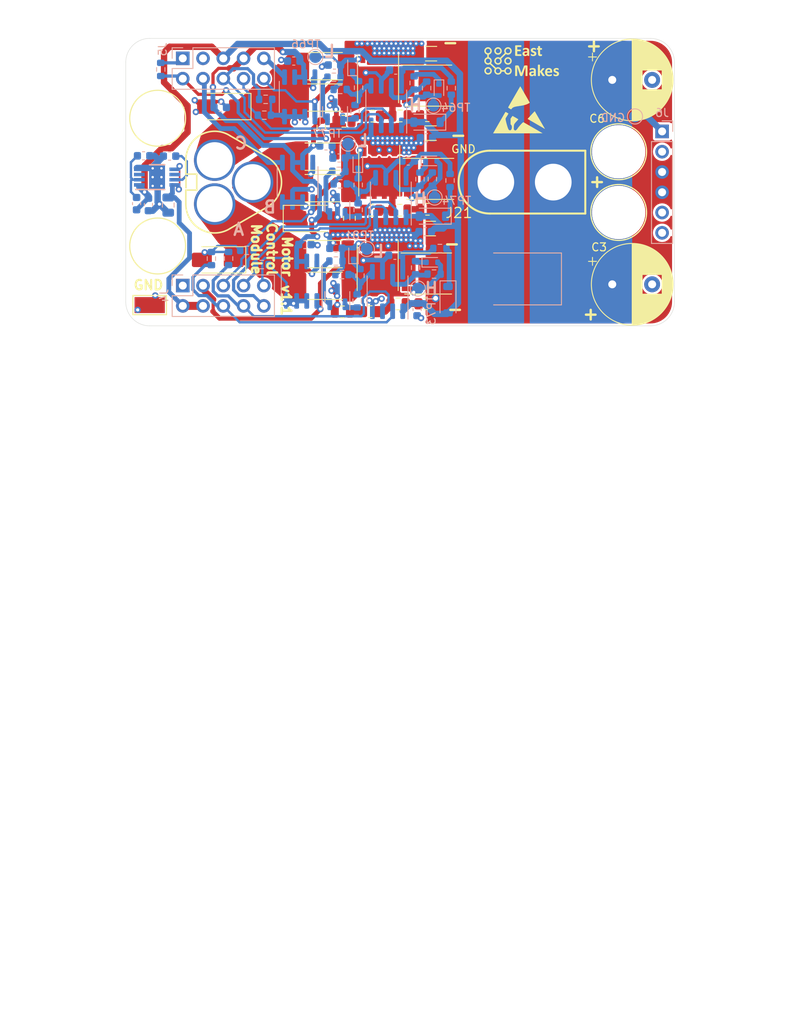
<source format=kicad_pcb>
(kicad_pcb (version 20240108) (generator "pcbnew") (generator_version "8.0")
  (title_block (title "Driver Module") (date "2024-4-20") (rev "1") (company "Twisted Fields, LLC"))
  (layers (0 "F.Cu" signal) (1 "In1.Cu" signal) (2 "In2.Cu" signal) (31 "B.Cu" signal) (34 "B.Paste" user) (35 "F.Paste" user) (36 "B.SilkS" user "B.Silkscreen") (37 "F.SilkS" user "F.Silkscreen") (38 "B.Mask" user) (39 "F.Mask" user) (44 "Edge.Cuts" user))
  (net 0 "")
  (net 1 "GND")
  (net 2 "+3V3")
  (net 3 "/A_P")
  (net 4 "VMOT")
  (net 5 "/2AGH")
  (net 6 "/2AGL")
  (net 7 "/2BGH")
  (net 8 "/2BGL")
  (net 9 "Net-(D2-K)")
  (net 10 "Net-(U5-VB)")
  (net 11 "/2CGL")
  (net 12 "/B_P")
  (net 13 "Net-(D5-K)")
  (net 14 "Net-(D6-K)")
  (net 15 "Net-(D15-K)")
  (net 16 "/2CGH")
  (net 17 "Net-(D16-K)")
  (net 18 "Net-(U2-VB)")
  (net 19 "Net-(U2-HO)")
  (net 20 "Net-(U5-HO)")
  (net 21 "/C_P")
  (net 22 "/B_N")
  (net 23 "/C_N")
  (net 24 "/A_N")
  (net 25 "A_PWM_H")
  (net 26 "B_PWM_L\\")
  (net 27 "A_PWM_L\\")
  (net 28 "A_SENSE")
  (net 29 "B_PWM_H")
  (net 30 "Net-(D10-K)")
  (net 31 "Net-(U8-VB)")
  (net 32 "Net-(D7-K)")
  (net 33 "Net-(D14-K)")
  (net 34 "Net-(D17-K)")
  (net 35 "Net-(U8-HO)")
  (net 36 "Net-(Q1-B)")
  (net 37 "Net-(C101-Pad1)")
  (net 38 "Net-(C102-Pad1)")
  (net 39 "Net-(C103-Pad1)")
  (net 40 "Net-(C104-Pad1)")
  (net 41 "Net-(C105-Pad1)")
  (net 42 "Net-(C106-Pad1)")
  (net 43 "B_SENSE")
  (net 44 "/TH1_SENSE")
  (net 45 "Net-(Q1-E)")
  (net 46 "Net-(Q2-B)")
  (net 47 "Net-(Q2-E)")
  (net 48 "Net-(Q3-B)")
  (net 49 "Net-(Q3-E)")
  (net 50 "Net-(U2-LO)")
  (net 51 "Net-(U5-LO)")
  (net 52 "Net-(U8-LO)")
  (net 53 "+12V")
  (net 54 "C_PWM_L\\")
  (net 55 "C_PWM_H")
  (net 56 "C_SENSE")
  (net 59 "Net-(U3-DELAY)")
  (net 60 "Net-(U3-FB)")
  (footprint "RP2040_minimal:MountingHole_3.9mm_Plastite_#6" (layer "F.Cu") (at 175.3 103.8 180)
    (property "Reference" "H1" (hide yes))
    (property "Value" "MountingHole")
  )
  (footprint "Capacitor_THT:CP_Radial_D10.0mm_P5.00mm" (layer "F.Cu") (at 174.5 87.2)
    (property "Reference" "C6")
    (property "Value" "220uF 63V solid")
  )
  (footprint "Resistor_SMD:R_0805_2012Metric" (layer "F.Cu") (at 151.11995 115.241269 180)
    (property "Reference" "R86" (hide yes))
    (property "Value" "R")
  )
  (footprint "Resistor_SMD:R_0603_1608Metric" (layer "F.Cu") (at 138.009999 93.125 -90)
    (property "Reference" "TH1" (hide yes))
    (property "Value" "Thermistor 10k")
  )
  (footprint "Capacitor_SMD:C_0805_2012Metric" (layer "F.Cu") (at 147.868732 103.519951 180)
    (property "Reference" "C106" (hide yes))
    (property "Value" "C")
  )
  (footprint "Diode_SMD:D_SMA" (layer "F.Cu") (at 125.696268 90.54005 180)
    (property "Reference" "D9" (hide yes))
    (property "Value" "SMAJ51A")
  )
  (footprint "Capacitor_SMD:C_1206_3216Metric" (layer "F.Cu") (at 151.63495 105.816268 180)
    (property "Reference" "C77" (hide yes))
    (property "Value" "2.2uF 100V")
  )
  (footprint "RP2040_minimal:MountingHole_3.9mm_Plastite_#6" (layer "F.Cu") (at 117.5 108 180)
    (property "Reference" "H6" (hide yes))
    (property "Value" "MountingHole")
  )
  (footprint "Symbol:ESD-Logo_6.6x6mm_SilkScreen" (layer "F.Cu") (at 162.814 90.932)
    (property "Reference" "REF**" (hide yes))
    (property "Value" "ESD-Logo_6.6x6mm_SilkScreen" (hide yes))
  )
  (footprint "RP2040_minimal:MountingHole_3.9mm_Plastite_#6" (layer "F.Cu") (at 175.3 96.2 180)
    (property "Reference" "H7" (hide yes))
    (property "Value" "MountingHole")
  )
  (footprint "Resistor_SMD:R_0805_2012Metric" (layer "F.Cu") (at 151.331268 103.400051 180)
    (property "Reference" "R91" (hide yes))
    (property "Value" "R")
  )
  (footprint "motor:PowerPAK_SO-8_123" (layer "F.Cu") (at 145.08495 110.636767 -90)
    (property "Reference" "AL2" (hide yes))
    (property "Value" "MOSFETSO-8")
  )
  (footprint "parts:CONN-TH_XT60UPB-M" (layer "F.Cu") (at 163.5 100)
    (property "Reference" "J21")
    (property "Value" "Power Input" (hide yes))
  )
  (footprint "Capacitor_SMD:C_0805_2012Metric" (layer "F.Cu") (at 147.641269 115.25005 180)
    (property "Reference" "C101" (hide yes))
    (property "Value" "C")
  )
  (footprint "RP2040_minimal:MountingHole_3.9mm_Plastite_#6" (layer "F.Cu") (at 117.5 92 180)
    (property "Reference" "H5" (hide yes))
    (property "Value" "MountingHole")
  )
  (footprint "Resistor_SMD:R_0805_2012Metric" (layer "F.Cu") (at 151.308732 91.67995 180)
    (property "Reference" "R88" (hide yes))
    (property "Value" "R")
  )
  (footprint "parts:MT60-F.G.Y" (layer "F.Cu") (at 124.65 100)
    (property "Reference" "J19" (hide yes))
    (property "Value" "Conn_01x03")
  )
  (footprint "motor:PowerPAK_SO-8_123" (layer "F.Cu") (at 145.284948 98.796268 -90)
    (property "Reference" "BL2" (hide yes))
    (property "Value" "MOSFETSO-8")
  )
  (footprint "Capacitor_SMD:C_0805_2012Metric" (layer "F.Cu") (at 140.658731 116.24995 180)
    (property "Reference" "C102" (hide yes))
    (property "Value" "C")
  )
  (footprint "motor:PowerPAK_SO-8_123" (layer "F.Cu") (at 151.68495 99.596268)
    (property "Reference" "BH2" (hide yes))
    (property "Value" "MOSFETSO-8")
  )
  (footprint "motor:PowerPAK_SO-8_123" (layer "F.Cu") (at 151.434951 87.916269)
    (property "Reference" "CH2" (hide yes))
    (property "Value" "MOSFETSO-8")
  )
  (footprint "motor:PowerPAK_SO-8_123" (layer "F.Cu") (at 145.13495 87.116268 -90)
    (property "Reference" "CL2" (hide yes))
    (property "Value" "MOSFETSO-8")
  )
  (footprint "Resistor_SMD:R_0805_2012Metric" (layer "F.Cu") (at 144.158731 116.21995 180)
    (property "Reference" "R87" (hide yes))
    (property "Value" "R")
  )
  (footprint "Capacitor_SMD:C_1206_3216Metric" (layer "F.Cu") (at 151.734951 93.866267 180)
    (property "Reference" "C79" (hide yes))
    (property "Value" "2.2uF 100V")
  )
  (footprint "Resistor_SMD:R_0805_2012Metric" (layer "F.Cu") (at 144.331268 103.52505 180)
    (property "Reference" "R90" (hide yes))
    (property "Value" "R")
  )
  (footprint "Resistor_SMD:R_0805_2012Metric" (layer "F.Cu") (at 144.458732 91.72995 180)
    (property "Reference" "R89" (hide yes))
    (property "Value" "R")
  )
  (footprint "motor:PowerPAK_SO-8_123" (layer "F.Cu") (at 151.40995 111.446268)
    (property "Reference" "AH2" (hide yes))
    (property "Value" "MOSFETSO-8")
  )
  (footprint "[Eastabrooka] Logos:EastMakesLogo0.5x1CM" (layer "F.Cu") (at 158.049451 87.322751)
    (property "Reference" "REF**" (hide yes))
    (property "Value" "EastMakesLogo0.5x1CM")
  )
  (footprint "Resistor_SMD:R_2512_6332Metric" (layer "F.Cu") (at 138.489951 85.481268 180)
    (property "Reference" "R114" (hide yes))
    (property "Value" "3mΩ")
  )
  (footprint "Capacitor_SMD:C_0805_2012Metric" (layer "F.Cu") (at 141.544949 104.531268 -90)
    (property "Reference" "C105" (hide yes))
    (property "Value" "C")
  )
  (footprint "TestPoint:TestPoint_Keystone_5019_Minature" (layer "F.Cu") (at 116.5 115.4 180)
    (property "Reference" "TP71" (hide yes))
    (property "Value" "TestPoint")
  )
  (footprint "Resistor_SMD:R_2512_6332Metric" (layer "F.Cu") (at 138.489951 109.021268 180)
    (property "Reference" "R113" (hide yes))
    (property "Value" "3mΩ")
  )
  (footprint "Resistor_SMD:R_2512_6332Metric" (layer "F.Cu") (at 138.489951 112.986269 180)
    (property "Reference" "R105" (hide yes))
    (property "Value" "3mΩ")
  )
  (footprint "Capacitor_SMD:C_0805_2012Metric" (layer "F.Cu") (at 140.858732 92.37995 180)
    (property "Reference" "C104" (hide yes))
    (property "Value" "C")
  )
  (footprint "Diode_SMD:D_SMA" (layer "F.Cu") (at 136.753732 104.55995)
    (property "Reference" "D8" (hide yes))
    (property "Value" "SMAJ51A")
  )
  (footprint "Resistor_SMD:R_2512_6332Metric" (layer "F.Cu") (at 138.155 96.815 180)
    (property "Reference" "R5" (hide yes))
    (property "Value" "3mΩ")
  )
  (footprint "Resistor_SMD:R_2512_6332Metric" (layer "F.Cu") (at 138.489951 89.411268 180)
    (property "Reference" "R109" (hide yes))
    (property "Value" "3mΩ")
  )
  (footprint "Capacitor_SMD:C_0805_2012Metric" (layer "F.Cu") (at 147.891268 91.71005 180)
    (property "Reference" "C103" (hide yes))
    (property "Value" "C")
  )
  (footprint "Capacitor_THT:CP_Radial_D10.0mm_P5.00mm" (layer "F.Cu") (at 174.5 112.8)
    (property "Reference" "C3")
    (property "Value" "220uF 63V solid")
  )
  (footprint "Resistor_SMD:R_2512_6332Metric" (layer "F.Cu") (at 138.155 100.755 180)
    (property "Reference" "R4" (hide yes))
    (property "Value" "3mΩ")
  )
  (footprint "Capacitor_SMD:C_1206_3216Metric" (layer "F.Cu") (at 151.78495 83.916268 180)
    (property "Reference" "C78" (hide yes))
    (property "Value" "2.2uF 100V")
  )
  (footprint "Diode_SMD:D_SMA" (layer "F.Cu") (at 125.04005 109.738731 180)
    (property "Reference" "D18" (hide yes))
    (property "Value" "SMAJ51A")
  )
  (footprint "Resistor_SMD:R_0603_1608Metric" (layer "B.Cu") (at 142.864629 111.721268 90)
    (property "Reference" "R30" (hide yes))
    (property "Value" "0R")
  )
  (footprint "Diode_SMD:D_SOD-523" (layer "B.Cu") (at 142.05995 108.951589 90)
    (property "Reference" "D14" (hide yes))
    (property "Value" "CDBU0130R-HF")
  )
  (footprint "Resistor_SMD:R_0603_1608Metric" (layer "B.Cu") (at 152.155948 111.515051)
    (property "Reference" "R33" (hide yes))
    (property "Value" "10.2R")
  )
  (footprint "Package_TO_SOT_SMD:SOT-23" (layer "B.Cu") (at 139.740049 91.188409 90)
    (property "Reference" "Q2" (hide yes))
    (property "Value" "Q_PNP_BEC")
  )
  (footprint "Capacitor_SMD:C_0603_1608Metric" (layer "B.Cu") (at 150.028411 115.95495 90)
    (property "Reference" "C15" (hide yes))
    (property "Value" "4.7uF 35V")
  )
  (footprint "Capacitor_SMD:C_0603_1608Metric" (layer "B.Cu") (at 135.960051 107.818732)
    (property "Reference" "C66" (hide yes))
    (property "Value" "100n")
  )
  (footprint "parts:TestPoint_Pad_D1.5mm_no_courtyard" (layer "B.Cu") (at 177.35 91.775 180)
    (property "Reference" "TP94" (hide yes))
    (property "Value" "TestPoint")
  )
  (footprint "Capacitor_SMD:C_0603_1608Metric" (layer "B.Cu") (at 151.050049 106.20431)
    (property "Reference" "C11" (hide yes))
    (property "Value" "4.7uF 35V")
  )
  (footprint "parts:TestPoint_Pad_D1.5mm_no_courtyard" (layer "B.Cu") (at 137.275 84.325 180)
    (property "Reference" "TP66")
    (property "Value" "TestPoint")
  )
  (footprint "Connector_PinHeader_2.54mm:PinHeader_1x06_P2.54mm_Vertical" (layer "B.Cu") (at 180.75 93.65 180)
    (property "Reference" "J6")
    (property "Value" "Conn_01x06")
  )
  (footprint "parts:TestPoint_Pad_D1.5mm_no_courtyard" (layer "B.Cu") (at 141.375 95.175 180)
    (property "Reference" "TP77")
    (property "Value" "TestPoint")
  )
  (footprint "Resistor_SMD:R_0603_1608Metric" (layer "B.Cu") (at 151.22495 88.225945 -90)
    (property "Reference" "R28" (hide yes))
    (property "Value" "10.2R")
  )
  (footprint "Resistor_SMD:R_0603_1608Metric" (layer "B.Cu") (at 142.638732 103.479948 -90)
    (property "Reference" "R2" (hide yes))
    (property "Value" "100R")
  )
  (footprint "Capacitor_SMD:C_0603_1608Metric" (layer "B.Cu") (at 147.349627 85.971268)
    (property "Reference" "C65" (hide yes))
    (property "Value" "10uF 35v")
  )
  (footprint "Connector_PinHeader_2.54mm:PinHeader_2x05_P2.54mm_Vertical" (layer "B.Cu") (at 120.65 112.96 -90)
    (property "Reference" "J4")
    (property "Value" "Conn_02x06_Odd_Even")
  )
  (footprint "Capacitor_SMD:C_0603_1608Metric" (layer "B.Cu") (at 115.735001 96.705)
    (property "Reference" "R10" (hide yes))
    (property "Value" "R")
  )
  (footprint "Capacitor_SMD:C_0603_1608Metric" (layer "B.Cu") (at 139.85495 108.28659)
    (property "Reference" "C17" (hide yes))
    (property "Value" "DNP")
  )
  (footprint "Capacitor_SMD:C_0603_1608Metric" (layer "B.Cu") (at 118.995 96.745001)
    (property "Reference" "C7" (hide yes))
    (property "Value" "DNP")
  )
  (footprint "Package_SO:SOIC-8_3.9x4.9mm_P1.27mm" (layer "B.Cu") (at 135.045 100.015 90)
    (property "Reference" "U1" (hide yes))
    (property "Value" "INA240A1D")
  )
  (footprint "parts:TestPoint_Pad_D1.5mm_no_courtyard" (layer "B.Cu") (at 152.225 101.925 180)
    (property "Reference" "TP74")
    (property "Value" "TestPoint")
  )
  (footprint "parts:TestPoint_Pad_D1.5mm_no_courtyard" (layer "B.Cu") (at 150.125 113.325 180)
    (property "Reference" "TP73")
    (property "Value" "TestPoint")
  )
  (footprint "Capacitor_SMD:C_0603_1608Metric" (layer "B.Cu") (at 125.344999 90.644996)
    (property "Reference" "C4" (hide yes))
    (property "Value" "1u")
  )
  (footprint "Resistor_SMD:R_0603_1608Metric" (layer "B.Cu") (at 131.042285 89.63341 180)
    (property "Reference" "R124" (hide yes))
    (property "Value" "10k")
  )
  (footprint "Resistor_SMD:R_0603_1608Metric" (layer "B.Cu") (at 149.845271 110.71127 90)
    (property "Reference" "R31" (hide yes))
    (property "Value" "0R")
  )
  (footprint "Capacitor_SMD:C_0603_1608Metric" (layer "B.Cu") (at 139.664948 85.34159)
    (property "Reference" "C9" (hide yes))
    (property "Value" "DNP")
  )
  (footprint "Diode_SMD:D_SOD-123" (layer "B.Cu") (at 151.264356 92.491269 180)
    (property "Reference" "D10" (hide yes))
    (property "Value" "FR107")
  )
  (footprint "Package_SO:SOIC-8_3.9x4.9mm_P1.27mm" (layer "B.Cu") (at 146.325849 113.69659 90)
    (property "Reference" "U8" (hide yes))
    (property "Value" "EG3113")
  )
  (footprint "Resistor_SMD:R_0603_1608Metric" (layer "B.Cu") (at 154.313409 88.22995 90)
    (property "Reference" "R1" (hide yes))
    (property "Value" "0R")
  )
  (footprint "Capacitor_SMD:C_0603_1608Metric" (layer "B.Cu") (at 147.24995 109.166591)
    (property "Reference" "C70" (hide yes))
    (property "Value" "10uF 35v")
  )
  (footprint "Resistor_SMD:R_0603_1608Metric" (layer "B.Cu") (at 140.39159 100.221049 180)
    (property "Reference" "R25" (hide yes))
    (property "Value" "10.2R")
  )
  (footprint "Package_SO:SOIC-8_3.9x4.9mm_P1.27mm" (layer "B.Cu") (at 146.164949 90.41749 90)
    (property "Reference" "U2" (hide yes))
    (property "Value" "EG3113")
  )
  (footprint "Diode_SMD:D_SMC" (layer "B.Cu") (at 163.22 112.125 180)
    (property "Reference" "D1" (hide yes))
    (property "Value" "SMDJ51CA")
  )
  (footprint "Resistor_SMD:R_0603_1608Metric" (layer "B.Cu") (at 142.251268 91.17005 -90)
    (property "Reference" "R9" (hide yes))
    (property "Value" "100R")
  )
  (footprint "Resistor_SMD:R_0603_1608Metric" (layer "B.Cu") (at 139.608732 86.869627)
    (property "Reference" "R29" (hide yes))
    (property "Value" "10.2R")
  )
  (footprint "Package_SO:SOIC-8_3.9x4.9mm_P1.27mm" (layer "B.Cu") (at 146.73495 101.93069 90)
    (property "Reference" "U5" (hide yes))
    (property "Value" "EG3113")
  )
  (footprint "Diode_SMD:D_SOD-523" (layer "B.Cu") (at 151.794627 97.341268)
    (property "Reference" "D15" (hide yes))
    (property "Value" "CDBU0130R-HF")
  )
  (footprint "Package_SO:SOIC-8_3.9x4.9mm_P1.27mm" (layer "B.Cu") (at 135.312499 89.325322 90)
    (property "Reference" "U44" (hide yes))
    (property "Value" "INA240A1D")
  )
  (footprint "Resistor_SMD:R_0603_1608Metric" (layer "B.Cu") (at 140.60159 111.58005 180)
    (property "Reference" "R32" (hide yes))
    (property "Value" "10.2R")
  )
  (footprint "Capacitor_SMD:C_0603_1608Metric" (layer "B.Cu") (at 114.855 102.695 90)
    (property "Reference" "R6" (hide yes))
    (property "Value" "R")
  )
  (footprint "Resistor_SMD:R_0603_1608Metric" (layer "B.Cu") (at 142.644627 100.351268 90)
    (property "Reference" "R18" (hide yes))
    (property "Value" "0R")
  )
  (footprint "Resistor_SMD:R_0603_1608Metric" (layer "B.Cu") (at 126.395372 109.568732 -90)
    (property "Reference" "R119" (hide yes))
    (property "Value" "10k")
  )
  (footprint "Resistor_SMD:R_0603_1608Metric" (layer "B.Cu") (at 152.884053 108.31495 180)
    (property "Reference" "R3" (hide yes))
    (property "Value" "0R")
  )
  (footprint "Diode_SMD:D_SOD-523" (layer "B.Cu") (at 142.599949 97.53159 90)
    (property "Reference" "D16" (hide yes))
    (property "Value" "CDBU0130R-HF")
  )
  (footprint "Diode_SMD:D_SOD-123" (layer "B.Cu") (at 153.904627 114.726268 -90)
    (property "Reference" "D7" (hide yes))
    (property "Value" "FR107")
  )
  (footprint "parts:TestPoint_Pad_D1.5mm_no_courtyard" (layer "B.Cu") (at 143.725 108.375 180)
    (property "Reference" "TP81")
    (property "Value" "TestPoint")
  )
  (footprint "Resistor_SMD:R_0603_1608Metric" (layer "B.Cu") (at 154.16341 99.79495 90)
    (property "Reference" "R26" (hide yes))
    (property "Value" "0R")
  )
  (footprint "Diode_SMD:D_SOD-123" (layer "B.Cu") (at 151.949628 104.266268 180)
    (property "Reference" "D2" (hide yes))
    (property "Value" "FR107")
  )
  (footprint "Capacitor_SMD:C_0603_1608Metric" (layer "B.Cu") (at 116.345 102.805 90)
    (property "Reference" "C8" (hide yes))
    (property "Value" "4.7uF 35V")
  )
  (footprint "Capacitor_SMD:C_0603_1608Metric" (layer "B.Cu") (at 140.239949 96.98159)
    (property "Reference" "C25" (hide yes))
    (property "Value" "DNP")
  )
  (footprint "Resistor_SMD:R_0603_1608Metric" (layer "B.Cu") (at 140.223732 98.649628)
    (property "Reference" "R23" (hide yes))
    (property "Value" "10.2R")
  )
  (footprint "Capacitor_SMD:C_0603_1608Metric" (layer "B.Cu") (at 151.195051 94.438412)
    (property "Reference" "C2" (hide yes))
    (property "Value" "4.7uF 35V")
  )
  (footprint "Resistor_SMD:R_0603_1608Metric" (layer "B.Cu") (at 128.67005 108.54341)
    (property "Reference" "R121" (hide yes))
    (property "Value" "10k")
  )
  (footprint "Package_TO_SOT_SMD:SOT-23" (layer "B.Cu") (at 140.034951 114.36159 90)
    (property "Reference" "Q3" (hide yes))
    (property "Value" "Q_PNP_BEC")
  )
  (footprint "Package_SO:SOIC-8_3.9x4.9mm_P1.27mm" (layer "B.Cu") (at 135.55995 112.40659 90)
    (property "Reference" "U21" (hide yes))
    (property "Value" "INA240A1D")
  )
  (footprint "Resistor_SMD:R_0603_1608Metric" (layer "B.Cu") (at 142.505001 114.87995 -90)
    (property "Reference" "R112" (hide yes))
    (property "Value" "100R")
  )
  (footprint "Capacitor_SMD:C_0603_1608Metric" (layer "B.Cu") (at 138.605 95.465)
    (property "Reference" "C1" (hide yes))
    (property "Value" "100n")
  )
  (footprint "Resistor_SMD:R_0603_1608Metric" (layer "B.Cu") (at 140.38159 88.39505 180)
    (property "Reference" "R27" (hide yes))
    (property "Value" "10.2R")
  )
  (footprint "Resistor_SMD:R_0603_1608Metric" (layer "B.Cu") (at 150.385273 99.631268 90)
    (property "Reference" "R22" (hide yes))
    (property "Value" "0R")
  )
  (footprint "Resistor_SMD:R_0603_1608Metric" (layer "B.Cu") (at 149.660272 87.576268 90)
    (property "Reference" "R8" (hide yes))
    (property "Value" "0R")
  )
  (footprint "Resistor_SMD:R_0603_1608Metric" (layer "B.Cu") (at 130.55005 110.323411 180)
    (property "Reference" "R122" (hide yes))
    (property "Value" "10k")
  )
  (footprint "Package_TO_SOT_SMD:SOT-23" (layer "B.Cu") (at 140.04005 103.048411 90)
    (property "Reference" "Q1" (hide yes))
    (property "Value" "Q_PNP_BEC")
  )
  (footprint "parts:TestPoint_Pad_D1.5mm_no_courtyard" (layer "B.Cu") (at 152.075 90.425 180)
    (property "Reference" "TP64")
    (property "Value" "TestPoint")
  )
  (footprint "Resistor_SMD:R_0603_1608Metric" (layer "B.Cu") (at 139.853732 109.885272)
    (property "Reference" "R36" (hide yes))
    (property "Value" "10.2R")
  )
  (footprint "Resistor_SMD:R_0603_1608Metric" (layer "B.Cu") (at 151.940949 99.620946 -90)
    (property "Reference" "R24" (hide yes))
    (property "Value" "10.2R")
  )
  (footprint "Connector_PinHeader_2.54mm:PinHeader_2x05_P2.54mm_Vertical" (layer "B.Cu") (at 120.65 84.5 -90)
    (property "Reference" "J5")
    (property "Value" "Conn_02x06_Odd_Even")
  )
  (footprint "Capacitor_SMD:C_0603_1608Metric" (layer "B.Cu") (at 148.915529 97.356268)
    (property "Reference" "C13" (hide yes))
    (property "Value" "10uF 35v")
  )
  (footprint "Resistor_SMD:R_0603_1608Metric" (layer "B.Cu") (at 124.239951 109.57659 -90)
    (property "Reference" "R120" (hide yes))
    (property "Value" "10k")
  )
  (footprint "Capacitor_SMD:C_0603_1608Metric" (layer "B.Cu") (at 134.56341 84.83995 180)
    (property "Reference" "C74" (hide yes))
    (property "Value" "100n")
  )
  (footprint "Capacitor_SMD:C_0805_2012Metric" (layer "B.Cu") (at 118.825 102.875 -90)
    (property "Reference" "C5" (hide yes))
    (property "Value" "2.2uF 100V")
  )
  (footprint "Diode_SMD:D_SOD-523" (layer "B.Cu") (at 152.76841 88.45995 -90)
    (property "Reference" "D6" (hide yes))
    (property "Value" "CDBU0130R-HF")
  )
  (footprint "parts:DGN0008C_N" (layer "B.Cu") (at 117.425001 99.375001)
    (property "Reference" "U3" (hide yes))
    (property "Value" "TPS7A1601DGNT" (hide yes))
  )
  (footprint "Diode_SMD:D_SOD-523" (layer "B.Cu") (at 151.899628 110.041268)
    (property "Reference" "D17" (hide yes))
    (property "Value" "CDBU0130R-HF")
  )
  (footprint "Diode_SMD:D_SOD-523" (layer "B.Cu") (at 141.93495 85.40659 90)
    (property "Reference" "D5" (hide yes))
    (property "Value" "CDBU0130R-HF")
  )
  (footprint "Resistor_SMD:R_0603_1608Metric" (layer "B.Cu") (at 142.689628 88.176269 90)
    (property "Reference" "R7" (hide yes))
    (property "Value" "0R")
  )
  (footprint "Resistor_SMD:R_0603_1608Metric" (layer "B.Cu") (at 117.89 85.89 90)
    (property "Reference" "R45" (hide yes))
    (property "Value" "10k")
  )
  (footprint "Resistor_SMD:R_0603_1608Metric" (layer "B.Cu") (at 130.86995 91.61659 180)
    (property "Reference" "R123" (hide yes))
    (property "Value" "10k")
  )
  (gr_line (start 172.6 99.4) (end 172.6 100.6) (stroke (width 0.3)) (layer "F.SilkS"))
  (gr_line (start 171.2 116.6) (end 172.4 116.6) (stroke (width 0.3)) (layer "F.SilkS"))
  (gr_line (start 154.6 94.2) (end 155.8 94.2) (stroke (width 0.3)) (layer "F.SilkS"))
  (gr_line (start 172.2 82.4) (end 172.2 83.6) (stroke (width 0.3)) (layer "F.SilkS"))
  (gr_line (start 172 100) (end 173.2 100) (stroke (width 0.3)) (layer "F.SilkS"))
  (gr_line (start 153.8 107.8) (end 155 107.8) (stroke (width 0.3)) (layer "F.SilkS"))
  (gr_line (start 153.6 82.6) (end 154.8 82.6) (stroke (width 0.3)) (layer "F.SilkS"))
  (gr_line (start 154.2 116) (end 155.4 116) (stroke (width 0.3)) (layer "F.SilkS"))
  (gr_line (start 171.6 83) (end 172.8 83) (stroke (width 0.3)) (layer "F.SilkS"))
  (gr_line (start 171.8 116) (end 171.8 117.2) (stroke (width 0.3)) (layer "F.SilkS"))
  (gr_line (start 182.3 85) (end 182.3 115) (stroke (width 0.05)) (layer "Edge.Cuts"))
  (gr_line (start 113.5 115) (end 113.5 85) (stroke (width 0.05)) (layer "Edge.Cuts"))
  (gr_arc (start 182.3 115) (mid 181.42132 117.12132) (end 179.3 118) (stroke (width 0.05)) (layer "Edge.Cuts"))
  (gr_arc (start 113.5 85) (mid 114.37868 82.87868) (end 116.5 82) (stroke (width 0.05)) (layer "Edge.Cuts"))
  (gr_arc (start 179.3 82) (mid 181.42132 82.87868) (end 182.3 85) (stroke (width 0.05)) (layer "Edge.Cuts"))
  (gr_arc (start 116.5 118) (mid 114.37868 117.12132) (end 113.5 115) (stroke (width 0.05)) (layer "Edge.Cuts"))
  (gr_line (start 116.5 82) (end 179.3 82) (stroke (width 0.05)) (layer "Edge.Cuts"))
  (gr_line (start 179.3 118) (end 116.5 118) (stroke (width 0.05)) (layer "Edge.Cuts"))
  (gr_text "H" (at 150.8 91.25 0) (layer "B.SilkS") (effects (font (size 1.5 1.5) (thickness 0.3) (bold yes)) (justify left bottom mirror)))
  (gr_text "H" (at 151.4 103 0) (layer "B.SilkS") (effects (font (size 1.5 1.5) (thickness 0.3) (bold yes)) (justify left bottom mirror)))
  (gr_text "B" (at 132.5 104 0) (layer "B.SilkS") (effects (font (size 1.5 1.5) (thickness 0.3) (bold yes)) (justify left bottom mirror)))
  (gr_text "GND" (at 176.2 92.525 0) (layer "B.SilkS") (effects (font (size 1 1)) (justify left bottom mirror)))
  (gr_text "L" (at 146.05 109.55 0) (layer "B.SilkS") (effects (font (size 1.5 1.5) (thickness 0.3) (bold yes)) (justify left bottom mirror)))
  (gr_text "L" (at 144.05 95.7 0) (layer "B.SilkS") (effects (font (size 1.5 1.5) (thickness 0.3) (bold yes)) (justify left bottom mirror)))
  (gr_text "L" (at 139.9 84.5 0) (layer "B.SilkS") (effects (font (size 1.5 1.5) (thickness 0.3) (bold yes)) (justify left bottom mirror)))
  (gr_text "H" (at 152.8 114.2 0) (layer "B.SilkS") (effects (font (size 1.5 1.5) (thickness 0.3) (bold yes)) (justify left bottom mirror)))
  (gr_text "A" (at 128.5 106.8 0) (layer "B.SilkS") (effects (font (size 1.5 1.5) (thickness 0.3) (bold yes)) (justify left bottom mirror)))
  (gr_text "C" (at 128.9 96 0) (layer "B.SilkS") (effects (font (size 1.5 1.5) (thickness 0.3) (bold yes)) (justify left bottom mirror)))
  (gr_text "  Motor\nControl\nModule" (at 131.8 108.4 270) (layer "F.SilkS") (effects (font (size 1.2 1.2) (thickness 0.3) (bold yes))))
  (gr_text "GND" (at 154.225 96.45 0) (layer "F.SilkS") (effects (font (size 1 1)) (justify left bottom)))
  (gr_text "GND" (at 114.35 113.6 0) (layer "F.SilkS") (effects (font (size 1.2 1.2) (thickness 0.25) (bold yes)) (justify left bottom)))
  (gr_text "v1.1" (at 133.6 114.8 270) (layer "F.SilkS") (effects (font (size 1.2 1.2) (thickness 0.3) (bold yes))))
  (segment (start 139.5 102.35995) (end 140.04005 102.9) (width 0.4) (layer "F.Cu") (net 1))
  (segment (start 139.535554 112.654671) (end 139.535554 113.364446) (width 0.4) (layer "F.Cu") (net 1))
  (segment (start 123.021194 91.215124) (end 123.696268 90.54005) (width 0.4) (layer "F.Cu") (net 1))
  (segment (start 139.360786 90.4) (end 139.854712 90.893926) (width 0.4) (layer "F.Cu") (net 1))
  (segment (start 139.254 89.463993) (end 139.254 90.236049) (width 0.4) (layer "F.Cu") (net 1))
  (segment (start 139.254 90.236049) (end 139.090049 90.4) (width 0.4) (layer "F.Cu") (net 1))
  (segment (start 140.04005 102.9) (end 140.04005 104.4) (width 0.6) (layer "F.Cu") (net 1))
  (segment (start 125.465821 89.91399) (end 124.322328 89.91399) (width 0.4) (layer "F.Cu") (net 1))
  (segment (start 139.35 113.6) (end 140 114.25) (width 0.4) (layer "F.Cu") (net 1))
  (segment (start 139.708731 116.24995) (end 139.708731 115.573779) (width 0.6) (layer "F.Cu") (net 1))
  (segment (start 122.940052 90.54005) (end 122.15 89.749998) (width 0.4) (layer "F.Cu") (net 1))
  (segment (start 122.28811 91.215124) (end 123.021194 91.215124) (width 0.4) (layer "F.Cu") (net 1))
  (segment (start 134.544095 115.196) (end 133.5 115.196) (width 0.6) (layer "F.Cu") (net 1))
  (segment (start 139.854712 90.893926) (end 139.908732 90.947946) (width 0.6) (layer "F.Cu") (net 1))
  (segment (start 123.696268 90.54005) (end 122.940052 90.54005) (width 0.4) (layer "F.Cu") (net 1))
  (segment (start 140.034952 115.35) (end 140.034952 114.284952) (width 0.4) (layer "F.Cu") (net 1))
  (segment (start 140.034952 114.284952) (end 140 114.25) (width 0.4) (layer "F.Cu") (net 1))
  (segment (start 139.5 102.2) (end 139.5 102.35995) (width 0.4) (layer "F.Cu") (net 1))
  (segment (start 139.5 101.336397) (end 139.5 102.2) (width 0.4) (layer "F.Cu") (net 1))
  (segment (start 139.535554 113.364446) (end 139.3 113.6) (width 0.4) (layer "F.Cu") (net 1))
  (segment (start 124.322328 89.91399) (end 123.696268 90.54005) (width 0.4) (layer "F.Cu") (net 1))
  (segment (start 139.908732 90.947946) (end 139.908732 92.37995) (width 0.6) (layer "F.Cu") (net 1))
  (segment (start 139.3 113.6) (end 139.35 113.6) (width 0.4) (layer "F.Cu") (net 1))
  (segment (start 139.090049 90.4) (end 139.360786 90.4) (width 0.4) (layer "F.Cu") (net 1))
  (via (at 146 106) (size 0.7) (drill 0.3) (layers "F.Cu" "B.Cu") (net 1))
  (via (at 141.3 106.6) (size 0.7) (drill 0.3) (layers "F.Cu" "B.Cu") (net 1))
  (via (at 122.28811 91.215124) (size 0.8) (drill 0.4) (layers "F.Cu" "B.Cu") (net 1))
  (via (at 140.7 106.6) (size 0.7) (drill 0.3) (layers "F.Cu" "B.Cu") (net 1))
  (via (at 143.2 94.5) (size 0.7) (drill 0.3) (layers "F.Cu" "B.Cu") (net 1))
  (via (at 146.499999 83.85) (size 0.7) (drill 0.3) (layers "F.Cu" "B.Cu") (net 1))
  (via (at 149.6 95.7) (size 0.7) (drill 0.3) (layers "F.Cu" "B.Cu") (net 1))
  (via (at 140 114.25) (size 0.8) (drill 0.4) (layers "F.Cu" "B.Cu") (net 1))
  (via (at 146.84005 107.233733) (size 0.7) (drill 0.3) (layers "F.Cu" "B.Cu") (net 1))
  (via (at 148.899999 83.85) (size 0.7) (drill 0.3) (layers "F.Cu" "B.Cu") (net 1))
  (via (at 147.7 83.85) (size 0.7) (drill 0.3) (layers "F.Cu" "B.Cu") (net 1))
  (via (at 140.034952 115.35) (size 0.8) (drill 0.4) (layers "F.Cu" "B.Cu") (net 1))
  (via (at 145.299999 83.25) (size 0.7) (drill 0.3) (layers "F.Cu" "B.Cu") (net 1))
  (via (at 136.041567 103.026795) (size 0.8) (drill 0.4) (layers "F.Cu" "B.Cu") (net 1))
  (via (at 144.44005 106.633733) (size 0.7) (drill 0.3) (layers "F.Cu" "B.Cu") (net 1))
  (via (at 144.05 114.825) (size 0.8) (drill 0.4) (layers "F.Cu" "B.Cu") (net 1))
  (via (at 149.24005 107.233733) (size 0.7) (drill 0.3) (layers "F.Cu" "B.Cu") (net 1))
  (via (at 143.1 106.6) (size 0.7) (drill 0.3) (layers "F.Cu" "B.Cu") (net 1))
  (via (at 145.04005 106.633733) (size 0.7) (drill 0.3) (layers "F.Cu" "B.Cu") (net 1))
  (via (at 143.9 94.5) (size 0.7) (drill 0.3) (layers "F.Cu" "B.Cu") (net 1))
  (via (at 148.7 95.1) (size 0.7) (drill 0.3) (layers "F.Cu" "B.Cu") (net 1))
  (via (at 145.1 94.5) (size 0.7) (drill 0.3) (layers "F.Cu" "B.Cu") (net 1))
  (via (at 149.3 94.5) (size 0.7) (drill 0.3) (layers "F.Cu" "B.Cu") (net 1))
  (via (at 146.9 95.1) (size 0.7) (drill 0.3) (layers "F.Cu" "B.Cu") (net 1))
  (via (at 139.5 101.336397) (size 0.8) (drill 0.4) (layers "F.Cu" "B.Cu") (net 1))
  (via (at 145.000001 82.65) (size 0.7) (drill 0.3) (layers "F.Cu" "B.Cu") (net 1))
  (via (at 145.576402 114.596591) (size 0.8) (drill 0.4) (layers "F.Cu" "B.Cu") (net 1))
  (via (at 144.842908 114.91995) (size 0.8) (drill 0.4) (layers "F.Cu" "B.Cu") (net 1))
  (via (at 145.1 108) (size 0.7) (drill 0.3) (layers "F.Cu" "B.Cu") (net 1))
  (via (at 144.5 94.5) (size 0.7) (drill 0.3) (layers "F.Cu" "B.Cu") (net 1))
  (via (at 146.3 94.5) (size 0.7) (drill 0.3) (layers "F.Cu" "B.Cu") (net 1))
  (via (at 146.9 94.5) (size 0.7) (drill 0.3) (layers "F.Cu" "B.Cu") (net 1))
  (via (at 149.84005 107.333733) (size 0.7) (drill 0.3) (layers "F.Cu" "B.Cu") (net 1))
  (via (at 144.4 82.65) (size 0.7) (drill 0.3) (layers "F.Cu" "B.Cu") (net 1))
  (via (at 145.299999 83.85) (size 0.7) (drill 0.3) (layers "F.Cu" "B.Cu") (net 1))
  (via (at 149.9 95.1) (size 0.7) (drill 0.3) (layers "F.Cu" "B.Cu") (net 1))
  (via (at 115 116) (size 0.8) (drill 0.4) (layers "F.Cu" "B.Cu") (net 1))
  (via (at 144.44005 107.233733) (size 0.7) (drill 0.3) (layers "F.Cu" "B.Cu") (net 1))
  (via (at 149.1 108) (size 0.7) (drill 0.3) (layers "F.Cu" "B.Cu") (net 1))
  (via (at 144.699999 83.25) (size 0.7) (drill 0.3) (layers "F.Cu" "B.Cu") (net 1))
  (via (at 117.2 114.2) (size 0.8) (drill 0.4) (layers "F.Cu" "B.Cu") (net 1))
  (via (at 149 96.3) (size 0.7) (drill 0.3) (layers "F.Cu" "B.Cu") (net 1))
  (via (at 141.9 106.6) (size 0.7) (drill 0.3) (layers "F.Cu" "B.Cu") (net 1))
  (via (at 148.7 94.5) (size 0.7) (drill 0.3) (layers "F.Cu" "B.Cu") (net 1))
  (via (at 139.535554 112.654671) (size 0.8) (drill 0.4) (layers "F.Cu" "B.Cu") (net 1))
  (via (at 149.854003 108) (size 0.7) (drill 0.3) (layers "F.Cu" "B.Cu") (net 1))
  (via (at 150.5 108) (size 0.7) (drill 0.3) (layers "F.Cu" "B.Cu") (net 1))
  (via (at 143.84005 106.633733) (size 0.7) (drill 0.3) (layers "F.Cu" "B.Cu") (net 1))
  (via (at 149.200001 82.65) (size 0.7) (drill 0.3) (layers "F.Cu" "B.Cu") (net 1))
  (via (at 148.4 95.7) (size 0.7) (drill 0.3) (layers "F.Cu" "B.Cu") (net 1))
  (via (at 146.4 108) (size 0.7) (drill 0.3) (layers "F.Cu" "B.Cu") (net 1))
  (via (at 140.1 106.6) (size 0.7) (drill 0.3) (layers "F.Cu" "B.Cu") (net 1))
  (via (at 147.099999 83.25) (size 0.7) (drill 0.3) (layers "F.Cu" "B.Cu") (net 1))
  (via (at 149 95.7) (size 0.7) (drill 0.3) (layers "F.Cu" "B.Cu") (net 1))
  (via (at 145.600001 82.65) (size 0.7) (drill 0.3) (layers "F.Cu" "B.Cu") (net 1))
  (via (at 125.465821 89.91399) (size 0.8) (drill 0.4) (layers "F.Cu" "B.Cu") (net 1))
  (via (at 147.44005 107.233733) (size 0.7) (drill 0.3) (layers "F.Cu" "B.Cu") (net 1))
  (via (at 149.24005 106.633733) (size 0.7) (drill 0.3) (layers "F.Cu" "B.Cu") (net 1))
  (via (at 149 106) (size 0.7) (drill 0.3) (layers "F.Cu" "B.Cu") (net 1))
  (via (at 145.7 95.1) (size 0.7) (drill 0.3) (layers "F.Cu" "B.Cu") (net 1))
  (via (at 133 84.7) (size 0.8) (drill 0.4) (layers "F.Cu" "B.Cu") (net 1))
  (via (at 147.962062 82.65) (size 0.7) (drill 0.3) (layers "F.Cu" "B.Cu") (net 1))
  (via (at 144.699999 83.85) (size 0.7) (drill 0.3) (layers "F.Cu" "B.Cu") (net 1))
  (via (at 145.04005 107.233733) (size 0.7) (drill 0.3) (layers "F.Cu" "B.Cu") (net 1))
  (via (at 138.1 85.55) (size 0.8) (drill 0.4) (layers "F.Cu" "B.Cu") (net 1))
  (via (at 147.099999 83.85) (size 0.7) (drill 0.3) (layers "F.Cu" "B.Cu") (net 1))
  (via (at 149.499999 83.85) (size 0.7) (drill 0.3) (layers "F.Cu" "B.Cu") (net 1))
  (via (at 150.6 82.65) (size 0.7) (drill 0.3) (layers "F.Cu" "B.Cu") (net 1))
  (via (at 146.6 106) (size 0.7) (drill 0.3) (layers "F.Cu" "B.Cu") (net 1))
  (via (at 143.8 82.65) (size 0.7) (drill 0.3) (layers "F.Cu" "B.Cu") (net 1))
  (via (at 145.1 95.1) (size 0.7) (drill 0.3) (layers "F.Cu" "B.Cu") (net 1))
  (via (at 144.5 95.1) (size 0.7) (drill 0.3) (layers "F.Cu" "B.Cu") (net 1))
  (via (at 137.549998 107.9) (size 0.8) (drill 0.4) (layers "F.Cu" "B.Cu") (net 1))
  (via (at 147.2 106) (size 0.7) (drill 0.3) (layers "F.Cu" "B.Cu") (net 1))
  (via (at 148.299999 83.25) (size 0.7) (drill 0.3) (layers "F.Cu" "B.Cu") (net 1))
  (via (at 142.5 106.6) (size 0.7) (drill 0.3) (layers "F.Cu" "B.Cu") (net 1))
  (via (at 139.254 89.463993) (size 0.8) (drill 0.4) (layers "F.Cu" "B.Cu") (net 1))
  (via (at 148.64005 107.233733) (size 0.7) (drill 0.3) (layers "F.Cu" "B.Cu") (net 1))
  (via (at 117.722373 102.755047) (size 0.8) (drill 0.4) (layers "F.Cu" "B.Cu") (net 1))
  (via (at 148.64005 106.633733) (size 0.7) (drill 0.3) (layers "F.Cu" "B.Cu") (net 1))
  (via (at 145.25995 95.966267) (size 0.7) (drill 0.3) (layers "F.Cu" "B.Cu") (net 1))
  (via (at 147.699998 83.249999) (size 0.7) (drill 0.3) (layers "F.Cu" "B.Cu") (net 1))
  (via (at 149.3 95.1) (size 0.7) (drill 0.3) (layers "F.Cu" "B.Cu") (net 1))
  (via (at 146.2 82.65) (size 0.7) (drill 0.3) (layers "F.Cu" "B.Cu") (net 1))
  (via (at 145.64005 106.633733) (size 0.7) (drill 0.3) (layers "F.Cu" "B.Cu") (net 1))
  (via (at 146.84005 106.633733) (size 0.7) (drill 0.3) (layers "F.Cu" "B.Cu") (net 1))
  (via (at 148.299999 83.85) (size 0.7) (drill 0.3) (layers "F.Cu" "B.Cu") (net 1))
  (via (at 145.7 94.5) (size 0.7) (drill 0.3) (layers "F.Cu" "B.Cu") (net 1))
  (via (at 145.899999 83.85) (size 0.7) (drill 0.3) (layers "F.Cu" "B.Cu") (net 1))
  (via (at 139.5 106.6) (size 0.7) (drill 0.3) (layers "F.Cu" "B.Cu") (net 1))
  (via (at 146.55995 95.966268) (size 0.7) (drill 0.3) (layers "F.Cu" "B.Cu") (net 1))
  (via (at 138.7 106.6) (size 0.8) (drill 0.4) (layers "F.Cu" "B.Cu") (net 1))
  (via (at 145.4 106) (size 0.7) (drill 0.3) (layers "F.Cu" "B.Cu") (net 1))
  (via (at 145.899999 83.25) (size 0.7) (drill 0.3) (layers "F.Cu" "B.Cu") (net 1))
  (via (at 143.1 82.65) (size 0.7) (drill 0.3) (layers "F.Cu" "B.Cu") (net 1))
  (via (at 133.5 115.196) (size 0.8) (drill 0.4) (layers "F.Cu" "B.Cu") (net 1))
  (via (at 134.544095 115.196) (size 0.8) (drill 0.4) (layers "F.Cu" "B.Cu") (net 1))
  (via (at 139.090049 90.4) (size 0.8) (drill 0.4) (layers "F.Cu" "B.Cu") (net 1))
  (via (at 145.64005 107.233733) (size 0.7) (drill 0.3) (layers "F.Cu" "B.Cu") (net 1))
  (via (at 147.5 94.5) (size 0.7) (drill 0.3) (layers "F.Cu" "B.Cu") (net 1))
  (via (at 149.499999 83.25) (size 0.7) (drill 0.3) (layers "F.Cu" "B.Cu") (net 1))
  (via (at 139.5 107.6) (size 0.8) (drill 0.4) (layers "F.Cu" "B.Cu") (net 1))
  (via (at 150.5 95.1) (size 0.7) (drill 0.3) (layers "F.Cu" "B.Cu") (net 1))
  (via (at 139.5 102.2) (size 0.8) (drill 0.4) (layers "F.Cu" "B.Cu") (net 1))
  (via (at 147.5 95.1) (size 0.7) (drill 0.3) (layers "F.Cu" "B.Cu") (net 1))
  (via (at 136.0175 92.480255) (size 0.8) (drill 0.4) (layers "F.Cu" "B.Cu") (net 1))
  (via (at 150.524667 117.015249) (size 0.8) (drill 0.4) (layers "F.Cu" "B.Cu") (net 1))
  (via (at 140.04005 104.4) (size 0.8) (drill 0.4) (layers "F.Cu" "B.Cu") (net 1))
  (via (at 147.44005 106.633733) (size 0.7) (drill 0.3) (layers "F.Cu" "B.Cu") (net 1))
  (via (at 142.5 82.65) (size 0.7) (drill 0.3) (layers "F.Cu" "B.Cu") (net 1))
  (via (at 146.24005 106.633733) (size 0.7) (drill 0.3) (layers "F.Cu" "B.Cu") (net 1))
  (via (at 139.854712 90.893926) (size 0.8) (drill 0.4) (layers "F.Cu" "B.Cu") (net 1))
  (via (at 148.60623 82.65) (size 0.7) (drill 0.3) (layers "F.Cu" "B.Cu") (net 1))
  (via (at 139.38 96.250102) (size 0.7) (drill 0.3) (layers "F.Cu" "B.Cu") (net 1))
  (via (at 147.362688 82.65) (size 0.7) (drill 0.3) (layers "F.Cu" "B.Cu") (net 1))
  (via (at 148.04005 106.633733) (size 0.7) (drill 0.3) (layers "F.Cu" "B.Cu") (net 1))
  (via (at 146.3 95.1) (size 0.7) (drill 0.3) (layers "F.Cu" "B.Cu") (net 1))
  (via (at 148.899999 83.25) (size 0.7) (drill 0.3) (layers "F.Cu" "B.Cu") (net 1))
  (via (at 148.04005 107.233733) (size 0.7) (drill 0.3) (layers "F.Cu" "B.Cu") (net 1))
  (via (at 150.44005 107.333733) (size 0.7) (drill 0.3) (layers "F.Cu" "B.Cu") (net 1))
  (via (at 148.4 96.3) (size 0.7) (drill 0.3) (layers "F.Cu" "B.Cu") (net 1))
  (via (at 122.15 89.749998) (size 0.8) (drill 0.4) (layers "F.Cu" "B.Cu") (net 1))
  (via (at 148.1 95.1) (size 0.7) (drill 0.3) (layers "F.Cu" "B.Cu") (net 1))
  (via (at 147.8 106) (size 0.7) (drill 0.3) (layers "F.Cu" "B.Cu") (net 1))
  (via (at 139.3 113.6) (size 0.8) (drill 0.4) (layers "F.Cu" "B.Cu") (net 1))
  (via (at 146.24005 107.233733) (size 0.7) (drill 0.3) (layers "F.Cu" "B.Cu") (net 1))
  (via (at 123.4 108.8) (size 0.8) (drill 0.4) (layers "F.Cu" "B.Cu") (net 1))
  (via (at 140.04005 102.9) (size 0.8) (drill 0.4) (layers "F.Cu" "B.Cu") (net 1))
  (via (at 136.805 100.9) (size 0.8) (drill 0.4) (layers "F.Cu" "B.Cu") (net 1))
  (via (at 146.800001 82.65) (size 0.7) (drill 0.3) (layers "F.Cu" "B.Cu") (net 1))
  (via (at 144.8 106) (size 0.7) (drill 0.3) (layers "F.Cu" "B.Cu") (net 1))
  (via (at 146.499999 83.25) (size 0.7) (drill 0.3) (layers "F.Cu" "B.Cu") (net 1))
  (via (at 148.1 94.5) (size 0.7) (drill 0.3) (layers "F.Cu" "B.Cu") (net 1))
  (via (at 149.9 82.65) (size 0.7) (drill 0.3) (layers "F.Cu" "B.Cu") (net 1))
  (via (at 134.700002 92.496) (size 0.8) (drill 0.4) (layers "F.Cu" "B.Cu") (net 1))
  (via (at 148.4 106) (size 0.7) (drill 0.3) (layers "F.Cu" "B.Cu") (net 1))
  (segment (start 139.5 101.570861) (end 140.04005 102.110911) (width 0.4) (layer "B.Cu") (net 1))
  (segment (start 139.3 113.6) (end 139.859041 113.6) (width 0.4) (layer "B.Cu") (net 1))
  (segment (start 140.04005 102.9) (end 140.04005 102.110911) (width 0.6) (layer "B.Cu") (net 1))
  (segment (start 134.41 101.09) (end 134.41 102.49) (width 0.6) (layer "B.Cu") (net 1))
  (segment (start 139.464949 96.335051) (end 139.464949 96.98159) (width 0.6) (layer "B.Cu") (net 1))
  (segment (start 133 84.7) (end 133.64846 84.7) (width 0.4) (layer "B.Cu") (net 1))
  (segment (start 144.420849 115.195849) (end 144.05 114.825) (width 0.3) (layer "B.Cu") (net 1))
  (segment (start 131.69495 91.61659) (end 133.015946 91.61659) (width 0.6) (layer "B.Cu") (net 1))
  (segment (start 149.845626 106.633733) (end 150.275049 106.20431) (width 0.8) (layer "B.Cu") (net 1))
  (segment (start 117.105 96.705) (end 116.510001 96.705) (width 0.8) (layer "B.Cu") (net 1))
  (segment (start 178.875 91.775) (end 180.75 93.65) (width 0.8) (layer "B.Cu") (net 1))
  (segment (start 134.677499 92.473497) (end 134.700002 92.496) (width 0.6) (layer "B.Cu") (net 1))
  (segment (start 138.30841 85.34159) (end 138.1 85.55) (width 0.6) (layer "B.Cu") (net 1))
  (segment (start 133.65495 115.04105) (end 133.65495 114.88159) (width 0.6) (layer "B.Cu") (net 1))
  (segment (start 124.191541 108.8) (end 124.997809 107.993732) (width 0.3) (layer "B.Cu") (net 1))
  (segment (start 133.5 115.196) (end 133.65495 115.04105) (width 0.6) (layer "B.Cu") (net 1))
  (segment (start 140.04005 104.4) (end 140.04005 102.110911) (width 0.6) (layer "B.Cu") (net 1))
  (segment (start 118.22 96.745001) (end 117.6825 97.2825) (width 0.8) (layer "B.Cu") (net 1))
  (segment (start 136.0175 92.480255) (end 135.947499 92.410254) (width 0.6) (layer "B.Cu") (net 1))
  (segment (start 139.5 101.336397) (end 139.5 101.570861) (width 0.4) (layer "B.Cu") (net 1))
  (segment (start 144.842908 114.91995) (end 144.420849 115.342009) (width 0.3) (layer "B.Cu") (net 1))
  (segment (start 120.075 85.065) (end 120.64 84.5) (width 0.4) (layer "B.Cu") (net 1))
  (segment (start 137.46873 107.818732) (end 137.549998 107.9) (width 0.6) (layer "B.Cu") (net 1))
  (segment (start 117.6825 97.2825) (end 117.105 96.705) (width 0.8) (layer "B.Cu") (net 1))
  (segment (start 150.239368 116.72995) (end 150.524667 117.015249) (width 0.6) (layer "B.Cu") (net 1))
  (segment (start 135.947499 92.410254) (end 135.947499 91.800322) (width 0.6) (layer "B.Cu") (net 1))
  (segment (start 144.420849 115.342009) (end 144.420849 116.17159) (width 0.3) (layer "B.Cu") (net 1))
  (segment (start 123.44841 108.75159) (end 124.239951 108.75159) (width 0.3) (layer "B.Cu") (net 1))
  (segment (start 116.89742 103.58) (end 116.345 103.58) (width 0.8) (layer "B.Cu") (net 1))
  (segment (start 133.199678 91.800322) (end 133.407499 91.800322) (width 0.6) (layer "B.Cu") (net 1))
  (segment (start 117.5 102.532674) (end 117.5 97.465001) (width 0.8) (layer "B.Cu") (net 1))
  (segment (start 126.395372 108.743732) (end 124.247809 108.743732) (width 0.3) (layer "B.Cu") (net 1))
  (segment (start 134.92495 114.88159) (end 134.61054 115.196) (width 0.6) (layer "B.Cu") (net 1))
  (segment (start 139.090049 90.4) (end 139.23914 90.250909) (width 0.6) (layer "B.Cu") (net 1))
  (segment (start 139.740049 90.779263) (end 139.854712 90.893926) (width 0.6) (layer "B.Cu") (net 1))
  (segment (start 139.38 96.250102) (end 139.464949 96.335051) (width 0.6) (layer "B.Cu") (net 1))
  (segment (start 117.722373 102.755047) (end 118.792326 103.825) (width 0.8) (layer "B.Cu") (net 1))
  (segment (start 140 113.459041) (end 140.034951 113.42409) (width 0.4) (layer "B.Cu") (net 1))
  (segment (start 139.5 102.2) (end 139.950961 102.2) (width 0.4) (layer "B.Cu") (net 1))
  (segment (start 127.295372 107.993732) (end 127.84505 108.54341) (width 0.3) (layer "B.Cu") (net 1))
  (segment (start 133.14 102.49) (end 133.7 102.49) (width 0.6) (layer "B.Cu") (net 1))
  (segment (start 144.259949 94.016266) (end 144.159949 94.116266) (width 0.6) (layer "B.Cu") (net 1))
  (segment (start 134.677499 91.800322) (end 135.947499 91.800322) (width 0.6) (layer "B.Cu") (net 1))
  (segment (start 124.247809 108.743732) (end 124.239951 108.75159) (width 0.3) (layer "B.Cu") (net 1))
  (segment (start 133.65495 114.88159) (end 134.92495 114.88159) (width 0.6) (layer "B.Cu") (net 1))
  (segment (start 126.119999 90.568168) (end 126.119999 90.644996) (width 0.4) (layer "B.Cu") (net 1))
  (segment (start 144.420849 116.17159) (end 144.420849 115.195849) (width 0.3) (layer "B.Cu") (net 1))
  (segment (start 134.677499 91.800322) (end 134.677499 92.473497) (width 0.6) (layer "B.Cu") (net 1))
  (segment (start 133.7 102.49) (end 134.41 102.49) (width 0.6) (layer "B.Cu") (net 1))
  (segment (start 134.41 102.49) (end 135.68 102.49) (width 0.6) (layer "B.Cu") (net 1))
  (segment (start 131.69495 89.805745) (end 131.867285 89.63341) (width 0.3) (layer "B.Cu") (net 1))
  (segment (start 139.535554 112.654671) (end 139.535554 112.924693) (width 0.4) (layer "B.Cu") (net 1))
  (segment (start 124.997809 107.993732) (end 127.295372 107.993732) (width 0.3) (layer "B.Cu") (net 1))
  (segment (start 135.68 102.665228) (end 135.68 102.49) (width 0.6) (layer "B.Cu") (net 1))
  (segment (start 139.38 96.250102) (end 139.38 95.465) (width 0.4) (layer "B.Cu") (net 1))
  (segment (start 133.64846 84.7) (end 133.78841 84.83995) (width 0.4) (layer "B.Cu") (net 1))
  (segment (start 144.842908 114.91995) (end 145.166267 114.596591) (width 0.3) (layer "B.Cu") (net 1))
  (segment (start 131.37505 110.323411) (end 133.65495 112.603311) (width 0.3) (layer "B.Cu") (net 1))
  (segment (start 133.407499 91.800322) (end 134.677499 91.800322) (width 0.6) (layer "B.Cu") (net 1))
  (segment (start 117.722373 102.755047) (end 116.89742 103.58) (width 0.8) (layer "B.Cu") (net 1))
  (segment (start 118.792326 103.825) (end 118.825 103.825) (width 0.8) (layer "B.Cu") (net 1))
  (segment (start 149.24005 106.633733) (end 149.845626 106.633733) (width 0.8) (layer "B.Cu") (net 1))
  (segment (start 134.61054 115.196) (end 133.5 115.196) (width 0.6) (layer "B.Cu") (net 1))
  (segment (start 145.166267 114.596591) (end 145.576402 114.596591) (width 0.3) (layer "B.Cu") (net 1))
  (segment (start 177.35 91.775) (end 178.875 91.775) (width 0.8) (layer "B.Cu") (net 1))
  (segment (start 117.6825 97.2825) (end 116.739999 98.225001) (width 0.8) (layer "B.Cu") (net 1))
  (segment (start 117.89 85.065) (end 120.075 85.065) (width 0.4) (layer "B.Cu") (net 1))
  (segment (start 131.69495 91.61659) (end 131.69495 89.805745) (width 0.3) (layer "B.Cu") (net 1))
  (segment (start 140 114.25) (end 140 113.459041) (width 0.4) (layer "B.Cu") (net 1))
  (segment (start 134.92495 114.88159) (end 134.858505 114.88159) (width 0.6) (layer "B.Cu") (net 1))
  (segment (start 139.950961 102.2) (end 140.04005 102.110911) (width 0.4) (layer "B.Cu") (net 1))
  (segment (start 134.6 100.9) (end 134.41 101.09) (width 0.6) (layer "B.Cu") (net 1))
  (segment (start 134.92495 114.88159) (end 136.19495 114.88159) (width 0.6) (layer "B.Cu") (net 1))
  (segment (start 139.07995 108.02005) (end 139.07995 108.28659) (width 0.6) (layer "B.Cu") (net 1))
  (segment (start 139.740049 90.250909) (end 139.740049 90.779263) (width 0.6) (layer "B.Cu") (net 1))
  (segment (start 136.805 100.9) (end 134.6 100.9) (width 0.6) (layer "B.Cu") (net 1))
  (segment (start 139.07995 108.28659) (end 139.07995 106.97995) (width 0.6) (layer "B.Cu") (net 1))
  (segment (start 134.858505 114.88159) (end 134.544095 115.196) (width 0.6) (layer "B.Cu") (net 1))
  (segment (start 125.465821 89.91399) (end 126.119999 90.568168) (width 0.4) (layer "B.Cu") (net 1))
  (segment (start 123.4 108.8) (end 123.44841 108.75159) (width 0.3) (layer "B.Cu") (net 1))
  (segment (start 116.739999 98.225001) (end 114.900002 98.225001) (width 0.8) (layer "B.Cu") (net 1))
  (segment (start 136.735051 107.818732) (end 137.46873 107.818732) (width 0.6) (layer "B.Cu") (net 1))
  (segment (start 139.859041 113.6) (end 140.034951 113.42409) (width 0.4) (layer "B.Cu") (net 1))
  (segment (start 144.259949 92.89249) (end 144.259949 94.016266) (width 0.6) (layer "B.Cu") (net 1))
  (segment (start 139.5 107.6) (end 139.07995 108.02005) (width 0.6) (layer "B.Cu") (net 1))
  (segment (start 123.4 108.8) (end 124.191541 108.8) (width 0.3) (layer "B.Cu") (net 1))
  (segment (start 117.5 97.465001) (end 118.22 96.745001) (width 0.8) (layer "B.Cu") (net 1))
  (segment (start 139.535554 112.924693) (end 140.034951 113.42409) (width 0.4) (layer "B.Cu") (net 1))
  (segment (start 133.65495 112.603311) (end 133.65495 114.88159) (width 0.3) (layer "B.Cu") (net 1))
  (segment (start 144.82995 104.40569) (end 144.82995 106.111268) (width 0.6) (layer "B.Cu") (net 1))
  (segment (start 139.23914 90.250909) (end 139.740049 90.250909) (width 0.6) (layer "B.Cu") (net 1))
  (segment (start 144.842908 114.91995) (end 144.822958 114.9) (width 0.3) (layer "B.Cu") (net 1))
  (segment (start 138.889948 85.34159) (end 138.30841 85.34159) (width 0.6) (layer "B.Cu") (net 1))
  (segment (start 133.015946 91.61659) (end 133.199678 91.800322) (width 0.6) (layer "B.Cu") (net 1))
  (segment (start 136.041567 103.026795) (end 135.68 102.665228) (width 0.6) (layer "B.Cu") (net 1))
  (segment (start 144.822958 114.9) (end 144.2 114.9) (width 0.3) (layer "B.Cu") (net 1))
  (segment (start 150.028411 116.72995) (end 150.239368 116.72995) (width 0.6) (layer "B.Cu") (net 1))
  (segment (start 117.722373 102.755047) (end 117.5 102.532674) (width 0.8) (layer "B.Cu") (net 1))
  (segment (start 139.07995 106.97995) (end 138.7 106.6) (width 0.6) (layer "B.Cu") (net 1))
  (segment (start 137.034999 95.4) (end 137.034999 93.275) (width 0.6) (layer "F.Cu") (net 2))
  (segment (start 125.135 85.75) (end 124.44 86.445) (width 0.4) (layer "F.Cu") (net 2))
  (segment (start 124.44 88.090012) (end 124.43 88.100012) (width 0.4) (layer "F.Cu") (net 2))
  (segment (start 124.44 86.445) (end 124.44 88.090012) (width 0.4) (layer "F.Cu") (net 2))
  (segment (start 137.034999 93.275) (end 138.009999 92.3) (width 0.6) (layer "F.Cu") (net 2))
  (segment (start 129.72 83.05) (end 128.27 84.5) (width 0.8) (layer "F.Cu") (net 2))
  (segment (start 132.55 83.05) (end 129.72 83.05) (width 0.8) (layer "F.Cu") (net 2))
  (segment (start 137.5 106.818535) (end 137.668535 106.818535) (width 0.3) (layer "F.Cu") (net 2))
  (segment (start 127.02 85.75) (end 126.53061 85.75) (width 0.8) (layer "F.Cu") (net 2))
  (segment (start 137.5 106.818535) (end 136.821434 106.139969) (width 0.6) (layer "F.Cu") (net 2))
  (segment (start 128.27 84.5) (end 127.02 85.75) (width 0.8) (layer "F.Cu") (net 2))
  (segment (start 133.2 83.7) (end 132.55 83.05) (width 0.8) (layer "F.Cu") (net 2))
  (segment (start 126.53061 85.75) (end 125.135 85.75) (width 0.4) (layer "F.Cu") (net 2))
  (segment (start 136.821434 106.139969) (end 136.821434 104.744229) (width 0.6) (layer "F.Cu") (net 2))
  (via (at 124.43 88.100012) (size 0.8) (drill 0.4) (layers "F.Cu" "B.Cu") (net 2))
  (via (at 137.034999 95.4) (size 0.8) (drill 0.4) (layers "F.Cu" "B.Cu") (net 2))
  (via (at 137.5 106.818535) (size 0.8) (drill 0.4) (layers "F.Cu" "B.Cu") (net 2))
  (via (at 136.821434 104.744229) (size 0.8) (drill 0.4) (layers "F.Cu" "B.Cu") (net 2))
  (via (at 133.2 83.7) (size 0.8) (drill 0.4) (layers "F.Cu" "B.Cu") (net 2))
  (segment (start 137.765 95.4) (end 137.83 95.465) (width 0.4) (layer "B.Cu") (net 2))
  (segment (start 134.677499 86.850322) (end 135.947499 86.850322) (width 0.6) (layer "B.Cu") (net 2))
  (segment (start 127.610051 92.3) (end 126.084232 92.3) (width 0.6) (layer "B.Cu") (net 2))
  (segment (start 135.795001 99.9) (end 134.41 98.514999) (width 0.6) (layer "B.Cu") (net 2))
  (segment (start 137.5 106.818535) (end 136.185248 106.818535) (width 0.6) (layer "B.Cu") (net 2))
  (segment (start 135.33841 84.83995) (end 135.8 85.30154) (width 0.6) (layer "B.Cu") (net 2))
  (segment (start 124.43 90.645768) (end 124.43 88.100012) (width 0.6) (layer "B.Cu") (net 2))
  (segment (start 135.68 96.565001) (end 135.68 97.54) (width 0.6) (layer "B.Cu") (net 2))
  (segment (start 134.92495 108.078833) (end 134.92495 109.93159) (width 0.6) (layer "B.Cu") (net 2))
  (segment (start 136.180001 96.065) (end 135.68 96.565001) (width 0.6) (layer "B.Cu") (net 2))
  (segment (start 134.41 98.514999) (end 134.41 97.54) (width 0.6) (layer "B.Cu") (net 2))
  (segment (start 135.33841 84.36495) (end 135.33841 84.83995) (width 0.8) (layer "B.Cu") (net 2))
  (segment (start 130.710051 95.4) (end 127.610051 92.3) (width 0.6) (layer "B.Cu") (net 2))
  (segment (start 136.19495 109.93159) (end 134.92495 109.93159) (width 0.6) (layer "B.Cu") (net 2))
  (segment (start 136.185248 106.818535) (end 135.185051 107.818732) (width 0.6) (layer "B.Cu") (net 2))
  (segment (start 135.8 86.702823) (end 135.947499 86.850322) (width 0.6) (layer "B.Cu") (net 2))
  (segment (start 126.084232 92.3) (end 124.43 90.645768) (width 0.6) (layer "B.Cu") (net 2))
  (segment (start 133.3 95.4) (end 130.710051 95.4) (width 0.6) (layer "B.Cu") (net 2))
  (segment (start 135.185051 107.818732) (end 134.92495 108.078833) (width 0.6) (layer "B.Cu") (net 2))
  (segment (start 136.369999 96.065) (end 136.180001 96.065) (width 0.6) (layer "B.Cu") (net 2))
  (segment (start 134.41 97.54) (end 134.41 96.51) (width 0.6) (layer "B.Cu") (net 2))
  (segment (start 134.41 97.54) (end 135.68 97.54) (width 0.6) (layer "B.Cu") (net 2))
  (segment (start 137.072793 99.9) (end 135.795001 99.9) (width 0.6) (layer "B.Cu") (net 2))
  (segment (start 137.034999 95.4) (end 137.765 95.4) (width 0.4) (layer "B.Cu") (net 2))
  (segment (start 137.8 100.622207) (end 137.075293 99.8975) (width 0.6) (layer "B.Cu") (net 2))
  (segment (start 137.255771 104.744229) (end 137.8 104.2) (width 0.6) (layer "B.Cu") (net 2))
  (segment (start 136.821434 104.744229) (end 137.255771 104.744229) (width 0.6) (layer "B.Cu") (net 2))
  (segment (start 137.075293 99.8975) (end 137.072793 99.9) (width 0.6) (layer "B.Cu") (net 2))
  (segment (start 134.67346 83.7) (end 135.33841 84.36495) (width 0.8) (layer "B.Cu") (net 2))
  (segment (start 137.8 104.2) (end 137.8 100.622207) (width 0.6) (layer "B.Cu") (net 2))
  (segment (start 135.8 85.30154) (end 135.8 86.702823) (width 0.6) (layer "B.Cu") (net 2))
  (segment (start 134.41 96.51) (end 133.3 95.4) (width 0.6) (layer "B.Cu") (net 2))
  (segment (start 137.034999 95.4) (end 136.369999 96.065) (width 0.6) (layer "B.Cu") (net 2))
  (segment (start 133.2 83.7) (end 134.67346 83.7) (width 0.8) (layer "B.Cu") (net 2))
  (segment (start 136.75 117.05) (end 125.25 117.05) (width 0.6) (layer "F.Cu") (net 3))
  (segment (start 137.9 115.9) (end 137.9 112.7) (width 0.6) (layer "F.Cu") (net 3))
  (segment (start 124.4 116.2) (end 124.4 116.199189) (width 0.6) (layer "F.Cu") (net 3))
  (segment (start 123.19 113.44939) (end 124.46 114.71939) (width 0.8) (layer "F.Cu") (net 3))
  (segment (start 137.9 115.9) (end 136.75 117.05) (width 0.6) (layer "F.Cu") (net 3))
  (segment (start 146.691269 114.141269) (end 146.081767 113.531767) (width 0.8) (layer "F.Cu") (net 3))
  (segment (start 146.691269 115.25005) (end 146.691269 114.141269) (width 0.8) (layer "F.Cu") (net 3))
  (segment (start 146.081767 113.531767) (end 145.71995 113.531767) (width 0.8) (layer "F.Cu") (net 3))
  (segment (start 139.7 110.9) (end 141.1 110.9) (width 0.6) (layer "F.Cu") (net 3))
  (segment (start 146.041319 116.2) (end 145.091181 116.2) (width 0.8) (layer "F.Cu") (net 3))
  (segment (start 124.4 116.199189) (end 124.46 116.139189) (width 0.6) (layer "F.Cu") (net 3))
  (segment (start 137.9 112.7) (end 139.7 110.9) (width 0.6) (layer "F.Cu") (net 3))
  (segment (start 145.091181 116.2) (end 145.071231 116.21995) (width 0.8) (layer "F.Cu") (net 3))
  (segment (start 125.25 117.05) (end 124.4 116.2) (width 0.6) (layer "F.Cu") (net 3))
  (segment (start 124.46 114.71939) (end 124.46 116.139189) (width 0.4) (layer "F.Cu") (net 3))
  (segment (start 146.691269 115.55005) (end 146.041319 116.2) (width 0.8) (layer "F.Cu") (net 3))
  (segment (start 123.19 112.96) (end 123.19 113.44939) (width 0.8) (layer "F.Cu") (net 3))
  (via (at 137.9 115.9) (size 0.8) (drill 0.4) (layers "F.Cu" "B.Cu") (net 3))
  (via (at 143.3 109.8) (size 0.8) (drill 0.4) (layers "F.Cu" "B.Cu") (net 3))
  (segment (start 144.494243 109.74659) (end 145.486747 109.74659) (width 0.6) (layer "B.Cu") (net 3))
  (segment (start 137.46495 115.46495) (end 137.46495 114.88159) (width 0.6) (layer "B.Cu") (net 3))
  (segment (start 145.690849 109.950692) (end 145.690849 111.22159) (width 0.6) (layer "B.Cu") (net 3))
  (segment (start 146.47495 109.166591) (end 145.690849 109.950692) (width 0.6) (layer "B.Cu") (net 3))
  (segment (start 143.3 109.8) (end 143.35341 109.74659) (width 0.6) (layer "B.Cu") (net 3))
  (segment (start 143.35341 109.74659) (end 144.494243 109.74659) (width 0.6) (layer "B.Cu") (net 3))
  (segment (start 145.486747 109.74659) (end 145.690849 109.950692) (width 0.6) (layer "B.Cu") (net 3))
  (segment (start 137.9 115.9) (end 137.46495 115.46495) (width 0.6) (layer "B.Cu") (net 3))
  (segment (start 120.15 100.9) (end 120.25 100.8) (width 0.2) (layer "F.Cu") (net 4))
  (segment (start 120.65 115.5) (end 123.19 115.5) (width 1) (layer "F.Cu") (net 4))
  (segment (start 120.25 100.8) (end 120.25 98) (width 0.2) (layer "F.Cu") (net 4))
  (via (at 120.15 100.9) (size 0.8) (drill 0.4) (layers "F.Cu" "B.Cu") (net 4))
  (via (at 152.35 114.55) (size 1) (drill 0.6) (layers "F.Cu" "B.Cu") (net 4))
  (via (at 120.25 98) (size 0.8) (drill 0.4) (layers "F.Cu" "B.Cu") (net 4))
  (segment (start 118.9 112.1) (end 118.9 113.75) (width 0.6) (layer "B.Cu") (net 4))
  (segment (start 119.350003 100.424998) (end 119.350003 101.399997) (width 0.6) (layer "B.Cu") (net 4))
  (segment (start 118.825 101.925) (end 119.625 101.925) (width 0.6) (layer "B.Cu") (net 4))
  (segment (start 120.2 102.5) (end 120.2 105.1) (width 0.6) (layer "B.Cu") (net 4))
  (segment (start 121.5 109.5) (end 118.9 112.1) (width 0.6) (layer "B.Cu") (net 4))
  (segment (start 119.350003 101.399997) (end 118.825 101.925) (width 0.6) (layer "B.Cu") (net 4))
  (segment (start 119.850001 98.399999) (end 120.25 98) (width 0.2) (layer "B.Cu") (net 4))
  (segment (start 120.15 100.9) (end 120.15 100.849997) (width 0.2) (layer "B.Cu") (net 4))
  (segment (start 121.5 106.4) (end 121.5 109.5) (width 0.6) (layer "B.Cu") (net 4))
  (segment (start 119.650003 98.399999) (end 119.850001 98.399999) (width 0.2) (layer "B.Cu") (net 4))
  (segment (start 120.15 100.849997) (end 119.650003 100.35) (width 0.2) (layer "B.Cu") (net 4))
  (segment (start 119.625 101.925) (end 120.2 102.5) (width 0.6) (layer "B.Cu") (net 4))
  (segment (start 118.9 113.75) (end 120.65 115.5) (width 0.6) (layer "B.Cu") (net 4))
  (segment (start 120.2 105.1) (end 121.5 106.4) (width 0.6) (layer "B.Cu") (net 4))
  (segment (start 149.151268 113.351268) (end 149.6 113.8) (width 0.6) (layer "F.Cu") (net 5))
  (segment (start 148.84995 113.316268) (end 148.81495 113.351268) (width 0.2) (layer "F.Cu") (net 5))
  (segment (start 148.81495 113.351268) (end 149.151268 113.351268) (width 0.6) (layer "F.Cu") (net 5))
  (via (at 149.6 113.8) (size 0.8) (drill 0.4) (layers "F.Cu" "B.Cu") (net 5))
  (segment (start 151.315051 113.180948) (end 150.219052 113.180948) (width 0.6) (layer "B.Cu") (net 5))
  (segment (start 152.980948 111.515051) (end 151.315051 113.180948) (width 0.6) (layer "B.Cu") (net 5))
  (segment (start 152.599628 110.041268) (end 152.980948 110.422588) (width 0.6) (layer "B.Cu") (net 5))
  (segment (start 150.219052 113.180948) (end 149.6 113.8) (width 0.6) (layer "B.Cu") (net 5))
  (segment (start 152.980948 110.422588) (end 152.980948 111.515051) (width 0.6) (layer "B.Cu") (net 5))
  (segment (start 143.066767 108.066767) (end 142.7 107.7) (width 0.6) (layer "F.Cu") (net 6))
  (segment (start 143.17995 108.066767) (end 143.066767 108.066767) (width 0.6) (layer "F.Cu") (net 6))
  (via (at 142.6895 107.696598) (size 0.8) (drill 0.4) (layers "F.Cu" "B.Cu") (net 6))
  (segment (start 140.664951 108.251589) (end 140.62995 108.28659) (width 0.6) (layer "B.Cu") (net 6))
  (segment (start 142.05995 108.251589) (end 140.664951 108.251589) (width 0.6) (layer "B.Cu") (net 6))
  (segment (start 140.62995 109.83649) (end 140.678732 109.885272) (width 0.6) (layer "B.Cu") (net 6))
  (segment (start 143.046598 107.696598) (end 143.725 108.375) (width 0.6) (layer "B.Cu") (net 6))
  (segment (start 142.614941 107.696598) (end 142.05995 108.251589) (width 0.6) (layer "B.Cu") (net 6))
  (segment (start 142.6895 107.696598) (end 143.046598 107.696598) (width 0.6) (layer "B.Cu") (net 6))
  (segment (start 140.678732 109.885272) (end 140.678732 110.677908) (width 0.6) (layer "B.Cu") (net 6))
  (segment (start 140.62995 108.28659) (end 140.62995 109.83649) (width 0.6) (layer "B.Cu") (net 6))
  (segment (start 140.678732 110.677908) (end 139.77659 111.58005) (width 0.6) (layer "B.Cu") (net 6))
  (segment (start 149.01495 101.501268) (end 149.01495 101.61495) (width 0.6) (layer "F.Cu") (net 7))
  (segment (start 149.01495 101.61495) (end 149.4 102) (width 0.6) (layer "F.Cu") (net 7))
  (via (at 149.4 102) (size 0.8) (drill 0.4) (layers "F.Cu" "B.Cu") (net 7))
  (segment (start 151.940949 100.445946) (end 150.656205 101.73069) (width 0.6) (layer "B.Cu") (net 7))
  (segment (start 149.66931 101.73069) (end 149.4 102) (width 0.6) (layer "B.Cu") (net 7))
  (segment (start 152.494627 97.341268) (end 152.915949 97.76259) (width 0.6) (layer "B.Cu") (net 7))
  (segment (start 152.915949 97.76259) (end 152.915949 99.470946) (width 0.6) (layer "B.Cu") (net 7))
  (segment (start 152.225 101.925) (end 152.225 100.729997) (width 0.6) (layer "B.Cu") (net 7))
  (segment (start 150.656205 101.73069) (end 149.66931 101.73069) (width 0.6) (layer "B.Cu") (net 7))
  (segment (start 152.915949 99.470946) (end 151.940949 100.445946) (width 0.6) (layer "B.Cu") (net 7))
  (segment (start 152.225 100.729997) (end 151.940949 100.445946) (width 0.6) (layer "B.Cu") (net 7))
  (segment (start 143.026268 96.126268) (end 143.379948 96.126268) (width 0.6) (layer "F.Cu") (net 8))
  (segment (start 142.9 96) (end 143.026268 96.126268) (width 0.6) (layer "F.Cu") (net 8))
  (via (at 142.9 96) (size 0.8) (drill 0.4) (layers "F.Cu" "B.Cu") (net 8))
  (segment (start 141.048732 98.649628) (end 139.56659 100.13177) (width 0.6) (layer "B.Cu") (net 8))
  (segment (start 141.164949 96.83159) (end 141.014949 96.98159) (width 0.6) (layer "B.Cu") (net 8))
  (segment (start 141.375 95.175) (end 141.375 96.621539) (width 0.6) (layer "B.Cu") (net 8))
  (segment (start 141.375 96.621539) (end 141.014949 96.98159) (width 0.6) (layer "B.Cu") (net 8))
  (segment (start 142.9 96.531539) (end 142.9 96) (width 0.6) (layer "B.Cu") (net 8))
  (segment (start 142.599949 96.83159) (end 141.164949 96.83159) (width 0.6) (layer "B.Cu") (net 8))
  (segment (start 141.048732 97.015373) (end 141.014949 96.98159) (width 0.6) (layer "B.Cu") (net 8))
  (segment (start 142.599949 96.83159) (end 142.9 96.531539) (width 0.6) (layer "B.Cu") (net 8))
  (segment (start 139.56659 100.13177) (end 139.56659 100.221049) (width 0.6) (layer "B.Cu") (net 8))
  (segment (start 141.048732 98.649628) (end 141.048732 97.015373) (width 0.6) (layer "B.Cu") (net 8))
  (segment (start 154.16341 103.702486) (end 153.599628 104.266268) (width 0.6) (layer "B.Cu") (net 9))
  (segment (start 154.16341 100.61995) (end 154.16341 103.702486) (width 0.6) (layer "B.Cu") (net 9))
  (segment (start 154.16341 97.66341) (end 154.16341 98.96995) (width 0.6) (layer "B.Cu") (net 10))
  (segment (start 148.63995 99.45569) (end 148.63995 98.406847) (width 0.6) (layer "B.Cu") (net 10))
  (segment (start 150.555529 96.491268) (end 152.991268 96.491268) (width 0.6) (layer "B.Cu") (net 10))
  (segment (start 152.991268 96.491268) (end 154.16341 97.66341) (width 0.6) (layer "B.Cu") (net 10))
  (segment (start 148.63995 98.406847) (end 149.690529 97.356268) (width 0.6) (layer "B.Cu") (net 10))
  (segment (start 149.690529 97.356268) (end 150.555529 96.491268) (width 0.6) (layer "B.Cu") (net 10))
  (segment (start 143.076218 84.6) (end 143.22995 84.446268) (width 0.6) (layer "F.Cu") (net 11))
  (segment (start 142.664951 84.6) (end 143.076218 84.6) (width 0.6) (layer "F.Cu") (net 11))
  (via (at 142.664951 84.6) (size 0.8) (drill 0.4) (layers "F.Cu" "B.Cu") (net 11))
  (segment (start 140.439948 85.34159) (end 140.439948 86.863411) (width 0.6) (layer "B.Cu") (net 11))
  (segment (start 140.439948 86.863411) (end 140.433732 86.869627) (width 0.6) (layer "B.Cu") (net 11))
  (segment (start 141.93495 84.70659) (end 141.074948 84.70659) (width 0.6) (layer "B.Cu") (net 11))
  (segment (start 142.664951 84.6) (end 142.558361 84.70659) (width 0.6) (layer "B.Cu") (net 11))
  (segment (start 137.3 84.35) (end 139.448358 84.35) (width 0.3) (layer "B.Cu") (net 11))
  (segment (start 139.448358 84.35) (end 140.439948 85.34159) (width 0.3) (layer "B.Cu") (net 11))
  (segment (start 140.433732 86.869627) (end 140.433732 87.517908) (width 0.6) (layer "B.Cu") (net 11))
  (segment (start 141.074948 84.70659) (end 140.439948 85.34159) (width 0.6) (layer "B.Cu") (net 11))
  (segment (start 140.433732 87.517908) (end 139.55659 88.39505) (width 0.6) (layer "B.Cu") (net 11))
  (segment (start 137.275 84.325) (end 137.3 84.35) (width 0.3) (layer "B.Cu") (net 11))
  (segment (start 142.558361 84.70659) (end 141.93495 84.70659) (width 0.6) (layer "B.Cu") (net 11))
  (segment (start 137.6 101.9) (end 139.8 99.7) (width 0.6) (layer "F.Cu") (net 12))
  (segment (start 146.918732 101.120052) (end 145.284948 99.486268) (width 0.8) (layer "F.Cu") (net 12))
  (segment (start 146.918732 103.519951) (end 146.918732 101.120052) (width 0.8) (layer "F.Cu") (net 12))
  (segment (start 137.5 102.982292) (end 137.5 101.9) (width 0.6) (layer "F.Cu") (net 12))
  (segment (start 145.248867 103.519951) (end 145.243768 103.52505) (width 0.8) (layer "F.Cu") (net 12))
  (segment (start 140.4625 99.7) (end 141.5175 100.755) (width 0.6) (layer "F.Cu") (net 12))
  (segment (start 136.734258 103.748034) (end 137.5 102.982292) (width 0.6) (layer "F.Cu") (net 12))
  (segment (start 146.918732 103.519951) (end 145.248867 103.519951) (width 0.8) (layer "F.Cu") (net 12))
  (segment (start 137.5 101.9) (end 137.6 101.9) (width 0.6) (layer "F.Cu") (net 12))
  (segment (start 139.8 99.7) (end 140.4625 99.7) (width 0.6) (layer "F.Cu") (net 12))
  (via (at 143.8 98) (size 0.8) (drill 0.4) (layers "F.Cu" "B.Cu") (net 12))
  (via (at 136.734258 103.748034) (size 0.8) (drill 0.4) (layers "F.Cu" "B.Cu") (net 12))
  (segment (start 145.619259 98) (end 143.8 98) (width 0.4) (layer "B.Cu") (net 12))
  (segment (start 146.09995 98.480691) (end 145.619259 98) (width 0.4) (layer "B.Cu") (net 12))
  (segment (start 128 110.4) (end 125.72 112.68) (width 0.3) (layer "B.Cu") (net 12))
  (segment (start 146.09995 99.45569) (end 146.09995 98.480691) (width 0.4) (layer "B.Cu") (net 12))
  (segment (start 131.880102 104.9) (end 128.7 108.080102) (width 0.3) (layer "B.Cu") (net 12))
  (segment (start 147.570978 97.356268) (end 146.09995 98.827296) (width 0.6) (layer "B.Cu") (net 12))
  (segment (start 136.95 103.532292) (end 136.95 102.49) (width 0.6) (layer "B.Cu") (net 12))
  (segment (start 148.140529 97.356268) (end 147.570978 97.356268) (width 0.6) (layer "B.Cu") (net 12))
  (segment (start 135.514999 104.9) (end 131.880102 104.9) (width 0.3) (layer "B.Cu") (net 12))
  (segment (start 125.72 112.68) (end 125.72 112.96) (width 0.3) (layer "B.Cu") (net 12))
  (segment (start 128.7 108.946818) (end 128 109.646818) (width 0.3) (layer "B.Cu") (net 12))
  (segment (start 128.7 108.080102) (end 128.7 108.946818) (width 0.3) (layer "B.Cu") (net 12))
  (segment (start 136.734258 103.748034) (end 136.95 103.532292) (width 0.6) (layer "B.Cu") (net 12))
  (segment (start 136.95 102.49) (end 136.95 103.464999) (width 0.3) (layer "B.Cu") (net 12))
  (segment (start 146.09995 98.827296) (end 146.09995 99.45569) (width 0.6) (layer "B.Cu") (net 12))
  (segment (start 136.95 103.464999) (end 135.514999 104.9) (width 0.3) (layer "B.Cu") (net 12))
  (segment (start 128 109.646818) (end 128 110.4) (width 0.3) (layer "B.Cu") (net 12))
  (segment (start 142.689628 87.351269) (end 141.93495 86.596591) (width 0.6) (layer "B.Cu") (net 13))
  (segment (start 141.93495 86.596591) (end 141.93495 86.10659) (width 0.6) (layer "B.Cu") (net 13))
  (segment (start 152.100945 86.500945) (end 152.76841 87.16841) (width 0.6) (layer "B.Cu") (net 14))
  (segment (start 149.660272 86.751268) (end 149.910595 86.500945) (width 0.6) (layer "B.Cu") (net 14))
  (segment (start 152.76841 87.16841) (end 152.76841 87.75995) (width 0.6) (layer "B.Cu") (net 14))
  (segment (start 149.910595 86.500945) (end 152.100945 86.500945) (width 0.6) (layer "B.Cu") (net 14))
  (segment (start 151.094627 98.096914) (end 150.385273 98.806268) (width 0.6) (layer "B.Cu") (net 15))
  (segment (start 151.094627 97.341268) (end 151.094627 98.096914) (width 0.6) (layer "B.Cu") (net 15))
  (segment (start 148.664951 90.264951) (end 148.7 90.3) (width 0.6) (layer "F.Cu") (net 16))
  (segment (start 148.664951 89.821269) (end 148.664951 90.264951) (width 0.6) (layer "F.Cu") (net 16))
  (via (at 148.7 90.31749) (size 0.8) (drill 0.4) (layers "F.Cu" "B.Cu") (net 16))
  (segment (start 152 89.15995) (end 152.075 89.23495) (width 0.6) (layer "B.Cu") (net 16))
  (segment (start 150.925895 89.35) (end 149.95 89.35) (width 0.6) (layer "B.Cu") (net 16))
  (segment (start 148.98251 90.31749) (end 148.7 90.31749) (width 0.6) (layer "B.Cu") (net 16))
  (segment (start 152 89.15995) (end 151.333955 89.15995) (width 0.6) (layer "B.Cu") (net 16))
  (segment (start 149.95 89.35) (end 148.98251 90.31749) (width 0.6) (layer "B.Cu") (net 16))
  (segment (start 152.76841 89.15995) (end 152 89.15995) (width 0.6) (layer "B.Cu") (net 16))
  (segment (start 151.333955 89.15995) (end 151.22495 89.050945) (width 0.6) (layer "B.Cu") (net 16))
  (segment (start 152.075 89.23495) (end 152.075 90.425) (width 0.6) (layer "B.Cu") (net 16))
  (segment (start 151.22495 89.050945) (end 150.925895 89.35) (width 0.6) (layer "B.Cu") (net 16))
  (segment (start 142.644627 99.526268) (end 142.644627 98.276268) (width 0.6) (layer "B.Cu") (net 17))
  (segment (start 142.644627 98.276268) (end 142.599949 98.23159) (width 0.6) (layer "B.Cu") (net 17))
  (segment (start 154.313409 86.913409) (end 154.313409 87.40495) (width 0.6) (layer "B.Cu") (net 18))
  (segment (start 148.124627 85.971268) (end 148.39495 85.700945) (width 0.6) (layer "B.Cu") (net 18))
  (segment (start 148.069949 86.025946) (end 148.124627 85.971268) (width 0.6) (layer "B.Cu") (net 18))
  (segment (start 148.069949 87.94249) (end 148.069949 86.025946) (width 0.6) (layer "B.Cu") (net 18))
  (segment (start 148.39495 85.700945) (end 153.100945 85.700945) (width 0.6) (layer "B.Cu") (net 18))
  (segment (start 153.100945 85.700945) (end 154.313409 86.913409) (width 0.6) (layer "B.Cu") (net 18))
  (segment (start 148.493343 89.41749) (end 147.11749 89.41749) (width 0.6) (layer "B.Cu") (net 19))
  (segment (start 146.799949 89.099949) (end 146.799949 87.94249) (width 0.6) (layer "B.Cu") (net 19))
  (segment (start 149.660272 88.401268) (end 149.509565 88.401268) (width 0.6) (layer "B.Cu") (net 19))
  (segment (start 149.509565 88.401268) (end 148.493343 89.41749) (width 0.6) (layer "B.Cu") (net 19))
  (segment (start 147.11749 89.41749) (end 146.799949 89.099949) (width 0.6) (layer "B.Cu") (net 19))
  (segment (start 150.224627 88.401268) (end 149.660272 88.401268) (width 0.6) (layer "B.Cu") (net 19))
  (segment (start 151.22495 87.400945) (end 150.224627 88.401268) (width 0.6) (layer "B.Cu") (net 19))
  (segment (start 151.940949 98.900592) (end 150.385273 100.456268) (width 0.6) (layer "B.Cu") (net 20))
  (segment (start 147.36995 100.430689) (end 147.36995 99.45569) (width 0.6) (layer "B.Cu") (net 20))
  (segment (start 147.869951 100.93069) (end 147.36995 100.430689) (width 0.6) (layer "B.Cu") (net 20))
  (segment (start 149.910851 100.93069) (end 147.869951 100.93069) (width 0.6) (layer "B.Cu") (net 20))
  (segment (start 151.940949 98.795946) (end 151.940949 98.900592) (width 0.6) (layer "B.Cu") (net 20))
  (segment (start 150.385273 100.456268) (end 149.910851 100.93069) (width 0.6) (layer "B.Cu") (net 20))
  (segment (start 146.941268 91.71005) (end 145.391132 91.71005) (width 0.8) (layer "F.Cu") (net 21))
  (segment (start 146.941268 89.812586) (end 144.93495 87.806268) (width 0.8) (layer "F.Cu") (net 21))
  (segment (start 145.391132 91.71005) (end 145.371232 91.72995) (width 0.8) (layer "F.Cu") (net 21))
  (segment (start 141.5 87.5) (end 139.6 87.5) (width 0.6) (layer "F.Cu") (net 21))
  (segment (start 146.941268 91.71005) (end 146.941268 89.812586) (width 0.8) (layer "F.Cu") (net 21))
  (segment (start 139.6 87.5) (end 137.2 89.9) (width 0.6) (layer "F.Cu") (net 21))
  (via (at 137.2 89.9) (size 0.8) (drill 0.4) (layers "F.Cu" "B.Cu") (net 21))
  (via (at 143.600012 86.3) (size 0.8) (drill 0.4) (layers "F.Cu" "B.Cu") (net 21))
  (segment (start 133.5 88.5) (end 132.1 88.5) (width 0.3) (layer "B.Cu") (net 21))
  (segment (start 131.045052 87.445052) (end 131.045052 87.285052) (width 0.3) (layer "B.Cu") (net 21))
  (segment (start 146.276555 86.26934) (end 146.276555 86.46749) (width 0.6) (layer "B.Cu") (net 21))
  (segment (start 137.2 89.9) (end 134.9 89.9) (width 0.3) (layer "B.Cu") (net 21))
  (segment (start 145.529949 87.94249) (end 145.529949 86.967491) (width 0.4) (layer "B.Cu") (net 21))
  (segment (start 132.1 88.5) (end 131.045052 87.445052) (width 0.3) (layer "B.Cu") (net 21))
  (segment (start 137.2 91.782823) (end 137.2 89.9) (width 0.6) (layer "B.Cu") (net 21))
  (segment (start 134.9 89.9) (end 133.5 88.5) (width 0.3) (layer "B.Cu") (net 21))
  (segment (start 146.574627 85.971268) (end 146.276555 86.26934) (width 0.6) (layer "B.Cu") (net 21))
  (segment (start 137.217499 91.800322) (end 137.2 91.782823) (width 0.6) (layer "B.Cu") (net 21))
  (segment (start 145.529949 86.967491) (end 144.862458 86.3) (width 0.4) (layer "B.Cu") (net 21))
  (segment (start 144.862458 86.3) (end 143.600012 86.3) (width 0.4) (layer "B.Cu") (net 21))
  (segment (start 146.276555 86.46749) (end 145.529949 87.214096) (width 0.6) (layer "B.Cu") (net 21))
  (segment (start 145.529949 87.214096) (end 145.529949 87.94249) (width 0.6) (layer "B.Cu") (net 21))
  (segment (start 136.7 99.6475) (end 135.5925 100.755) (width 0.6) (layer "F.Cu") (net 22))
  (segment (start 136.7 99) (end 136.7 99.6475) (width 0.6) (layer "F.Cu") (net 22))
  (via (at 136.7 99) (size 0.8) (drill 0.4) (layers "F.Cu" "B.Cu") (net 22))
  (segment (start 136.95 98.75) (end 136.7 99) (width 0.6) (layer "B.Cu") (net 22))
  (segment (start 136.95 97.54) (end 136.95 98.75) (width 0.6) (layer "B.Cu") (net 22))
  (segment (start 135.227451 86.427451) (end 137 88.2) (width 0.6) (layer "F.Cu") (net 23))
  (segment (start 135.227451 85.481268) (end 135.227451 86.427451) (width 0.6) (layer "F.Cu") (net 23))
  (via (at 137 88.2) (size 0.8) (drill 0.4) (layers "F.Cu" "B.Cu") (net 23))
  (segment (start 137.217499 86.850322) (end 137 87.067821) (width 0.6) (layer "B.Cu") (net 23))
  (segment (start 137 87.067821) (end 137 88.2) (width 0.6) (layer "B.Cu") (net 23))
  (segment (start 136.35 111) (end 136.85 111.5) (width 0.6) (layer "F.Cu") (net 24))
  (segment (start 135.1 111) (end 136.35 111) (width 0.6) (layer "F.Cu") (net 24))
  (via (at 136.85 111.5) (size 0.8) (drill 0.4) (layers "F.Cu" "B.Cu") (net 24))
  (segment (start 136.85 111.4) (end 136.85 111.5) (width 0.6) (layer "B.Cu") (net 24))
  (segment (start 137.46495 110.78505) (end 136.85 111.4) (width 0.6) (layer "B.Cu") (net 24))
  (segment (start 137.46495 109.93159) (end 137.46495 110.78505) (width 0.6) (layer "B.Cu") (net 24))
  (segment (start 124.947767 115.5) (end 124.44 114.992233) (width 0.4) (layer "B.Cu") (net 25))
  (segment (start 125.72 115.5) (end 124.947767 115.5) (width 0.4) (layer "B.Cu") (net 25))
  (segment (start 122.662233 114.21) (end 121.93 113.477767) (width 0.4) (layer "B.Cu") (net 25))
  (segment (start 124.44 114.992233) (end 124.44 114.982233) (width 0.4) (layer "B.Cu") (net 25))
  (segment (start 123.667767 114.21) (end 122.662233 114.21) (width 0.4) (layer "B.Cu") (net 25))
  (segment (start 127.77 117.55) (end 125.72 115.5) (width 0.3) (layer "B.Cu") (net 25))
  (segment (start 121.93 113.477767) (end 121.93 111.906117) (width 0.4) (layer "B.Cu") (net 25))
  (segment (start 124.44 114.982233) (end 123.667767 114.21) (width 0.4) (layer "B.Cu") (net 25))
  (segment (start 146.207438 117.55) (end 127.77 117.55) (width 0.3) (layer "B.Cu") (net 25))
  (segment (start 146.960849 116.17159) (end 146.960849 116.796589) (width 0.3) (layer "B.Cu") (net 25))
  (segment (start 123.434527 110.40159) (end 124.239951 110.40159) (width 0.4) (layer "B.Cu") (net 25))
  (segment (start 146.960849 116.796589) (end 146.207438 117.55) (width 0.3) (layer "B.Cu") (net 25))
  (segment (start 121.93 111.906117) (end 123.434527 110.40159) (width 0.4) (layer "B.Cu") (net 25))
  (segment (start 129.72505 111.37495) (end 129.72505 110.323411) (width 0.4) (layer "B.Cu") (net 26))
  (segment (start 143.7 105.8) (end 137.868462 105.8) (width 0.3) (layer "B.Cu") (net 26))
  (segment (start 145.749949 103.08069) (end 144.468688 103.08069) (width 0.3) (layer "B.Cu") (net 26))
  (segment (start 137.599927 106.068535) (end 133.531465 106.068535) (width 0.3) (layer "B.Cu") (net 26))
  (segment (start 144.1 103.449378) (end 144.1 105.4) (width 0.3) (layer "B.Cu") (net 26))
  (segment (start 128.26 112.84) (end 129.72505 111.37495) (width 0.4) (layer "B.Cu") (net 26))
  (segment (start 146.09995 104.40569) (end 146.09995 103.430691) (width 0.3) (layer "B.Cu") (net 26))
  (segment (start 146.09995 103.430691) (end 145.749949 103.08069) (width 0.3) (layer "B.Cu") (net 26))
  (segment (start 128.26 112.96) (end 128.26 112.84) (width 0.4) (layer "B.Cu") (net 26))
  (segment (start 144.468688 103.08069) (end 144.1 103.449378) (width 0.3) (layer "B.Cu") (net 26))
  (segment (start 137.868462 105.8) (end 137.599927 106.068535) (width 0.3) (layer "B.Cu") (net 26))
  (segment (start 133.531465 106.068535) (end 129.72505 109.87495) (width 0.3) (layer "B.Cu") (net 26))
  (segment (start 144.1 105.4) (end 143.7 105.8) (width 0.3) (layer "B.Cu") (net 26))
  (segment (start 129.72505 109.87495) (end 129.72505 110.323411) (width 0.3) (layer "B.Cu") (net 26))
  (segment (start 146.45 114.1) (end 146.05 113.7) (width 0.3) (layer "B.Cu") (net 27))
  (segment (start 128.26 115.5) (end 127.6 115.5) (width 0.4) (layer "B.Cu") (net 27))
  (segment (start 145.690849 115.755328) (end 146.45 114.996177) (width 0.3) (layer "B.Cu") (net 27))
  (segment (start 127.6 115.5) (end 126.35 114.25) (width 0.4) (layer "B.Cu") (net 27))
  (segment (start 143.346 115.287591) (end 143.346 116.504) (width 0.3) (layer "B.Cu") (net 27))
  (segment (start 146.45 114.996177) (end 146.45 114.1) (width 0.3) (layer "B.Cu") (net 27))
  (segment (start 146.05 113.7) (end 144.112972 113.7) (width 0.3) (layer "B.Cu") (net 27))
  (segment (start 126.35 114.25) (end 125.05 114.25) (width 0.4) (layer "B.Cu") (net 27))
  (segment (start 143.05 116.8) (end 129.56 116.8) (width 0.3) (layer "B.Cu") (net 27))
  (segment (start 129.56 116.8) (end 128.26 115.5) (width 0.3) (layer "B.Cu") (net 27))
  (segment (start 125.05 114.25) (end 124.47 113.67) (width 0.4) (layer "B.Cu") (net 27))
  (segment (start 143.221 114.591972) (end 143.221 115.162591) (width 0.3) (layer "B.Cu") (net 27))
  (segment (start 124.47 113.67) (end 124.47 112.319104) (width 0.4) (layer "B.Cu") (net 27))
  (segment (start 124.47 112.319104) (end 126.395372 110.393732) (width 0.4) (layer "B.Cu") (net 27))
  (segment (start 145.690849 116.17159) (end 145.690849 115.755328) (width 0.3) (layer "B.Cu") (net 27))
  (segment (start 143.346 116.504) (end 143.05 116.8) (width 0.3) (layer "B.Cu") (net 27))
  (segment (start 144.112972 113.7) (end 143.221 114.591972) (width 0.3) (layer "B.Cu") (net 27))
  (segment (start 143.221 115.162591) (end 143.346 115.287591) (width 0.3) (layer "B.Cu") (net 27))
  (segment (start 133.221771 109.498411) (end 130.941692 109.498411) (width 0.3) (layer "B.Cu") (net 28))
  (segment (start 130.62505 112.78505) (end 130.8 112.96) (width 0.3) (layer "B.Cu") (net 28))
  (segment (start 133.65495 109.93159) (end 133.221771 109.498411) (width 0.3) (layer "B.Cu") (net 28))
  (segment (start 130.62505 109.815053) (end 130.62505 112.78505) (width 0.3) (layer "B.Cu") (net 28))
  (segment (start 130.941692 109.498411) (end 130.62505 109.815053) (width 0.3) (layer "B.Cu") (net 28))
  (segment (start 137.619239 105.3) (end 137.350704 105.568535) (width 0.3) (layer "B.Cu") (net 29))
  (segment (start 143.6 105.1) (end 143.4 105.3) (width 0.3) (layer "B.Cu") (net 29))
  (segment (start 147.36995 104.40569) (end 147.36995 103.430691) (width 0.3) (layer "B.Cu") (net 29))
  (segment (start 127.02 112.28) (end 128.8 110.5) (width 0.4) (layer "B.Cu") (net 29))
  (segment (start 133.031465 105.568535) (end 130.05659 108.54341) (width 0.3) (layer "B.Cu") (net 29))
  (segment (start 130.8 115.5) (end 129.51 114.21) (width 0.4) (layer "B.Cu") (net 29))
  (segment (start 127.71 114.21) (end 127.02 113.52) (width 0.4) (layer "B.Cu") (net 29))
  (segment (start 137.350704 105.568535) (end 133.031465 105.568535) (width 0.3) (layer "B.Cu") (net 29))
  (segment (start 127.02 113.52) (end 127.02 112.28) (width 0.4) (layer "B.Cu") (net 29))
  (segment (start 129.49505 109.10495) (end 129.49505 108.54341) (width 0.4) (layer "B.Cu") (net 29))
  (segment (start 129.51 114.21) (end 127.71 114.21) (width 0.4) (layer "B.Cu") (net 29))
  (segment (start 130.05659 108.54341) (end 129.49505 108.54341) (width 0.3) (layer "B.Cu") (net 29))
  (segment (start 144.342272 102.5) (end 143.6 103.242272) (width 0.3) (layer "B.Cu") (net 29))
  (segment (start 143.4 105.3) (end 137.619239 105.3) (width 0.3) (layer "B.Cu") (net 29))
  (segment (start 146.439259 102.5) (end 144.342272 102.5) (width 0.3) (layer "B.Cu") (net 29))
  (segment (start 147.36995 103.430691) (end 146.439259 102.5) (width 0.3) (layer "B.Cu") (net 29))
  (segment (start 128.8 110.5) (end 128.8 109.8) (width 0.4) (layer "B.Cu") (net 29))
  (segment (start 128.8 109.8) (end 129.49505 109.10495) (width 0.4) (layer "B.Cu") (net 29))
  (segment (start 143.6 103.242272) (end 143.6 105.1) (width 0.3) (layer "B.Cu") (net 29))
  (segment (start 154.3 89.068359) (end 154.3 91.105625) (width 0.6) (layer "B.Cu") (net 30))
  (segment (start 154.313409 89.05495) (end 154.3 89.068359) (width 0.6) (layer "B.Cu") (net 30))
  (segment (start 154.3 91.105625) (end 152.914356 92.491269) (width 0.6) (layer "B.Cu") (net 30))
  (segment (start 151.524003 108.85) (end 152.059053 108.31495) (width 0.6) (layer "B.Cu") (net 31))
  (segment (start 148.230849 111.22159) (end 148.230849 109.060692) (width 0.6) (layer "B.Cu") (net 31))
  (segment (start 148.230849 109.060692) (end 148.441541 108.85) (width 0.6) (layer "B.Cu") (net 31))
  (segment (start 148.441541 108.85) (end 151.524003 108.85) (width 0.6) (layer "B.Cu") (net 31))
  (segment (start 153.709053 108.31495) (end 154.05 108.655897) (width 0.6) (layer "B.Cu") (net 32))
  (segment (start 154.05 112.930895) (end 153.904627 113.076268) (width 0.6) (layer "B.Cu") (net 32))
  (segment (start 154.05 108.655897) (end 154.05 112.930895) (width 0.6) (layer "B.Cu") (net 32))
  (segment (start 142.864629 110.896268) (end 142.05995 110.091589) (width 0.6) (layer "B.Cu") (net 33))
  (segment (start 142.05995 110.091589) (end 142.05995 109.651589) (width 0.6) (layer "B.Cu") (net 33))
  (segment (start 149.845271 109.88627) (end 150.000269 110.041268) (width 0.6) (layer "B.Cu") (net 34))
  (segment (start 150.000269 110.041268) (end 151.199628 110.041268) (width 0.6) (layer "B.Cu") (net 34))
  (segment (start 149.959001 111.65) (end 149.845271 111.53627) (width 0.6) (layer "B.Cu") (net 35))
  (segment (start 151.195999 111.65) (end 149.959001 111.65) (width 0.6) (layer "B.Cu") (net 35))
  (segment (start 146.960849 112.646589) (end 147.11085 112.79659) (width 0.6) (layer "B.Cu") (net 35))
  (segment (start 147.11085 112.79659) (end 148.584951 112.79659) (width 0.6) (layer "B.Cu") (net 35))
  (segment (start 151.330948 111.515051) (end 151.195999 111.65) (width 0.6) (layer "B.Cu") (net 35))
  (segment (start 148.584951 112.79659) (end 149.845271 111.53627) (width 0.6) (layer "B.Cu") (net 35))
  (segment (start 146.960849 111.22159) (end 146.960849 112.646589) (width 0.6) (layer "B.Cu") (net 35))
  (segment (start 141.309087 104.304948) (end 140.99005 103.985911) (width 0.6) (layer "B.Cu") (net 36))
  (segment (start 142.638732 104.304948) (end 141.309087 104.304948) (width 0.6) (layer "B.Cu") (net 36))
  (segment (start 148.60005 115.241269) (end 148.591269 115.25005) (width 0.8) (layer "F.Cu") (net 37))
  (segment (start 150.20745 115.241269) (end 148.60005 115.241269) (width 0.8) (layer "F.Cu") (net 37))
  (segment (start 141.638731 116.21995) (end 141.608731 116.24995) (width 0.8) (layer "F.Cu") (net 38))
  (segment (start 143.246231 116.21995) (end 141.638731 116.21995) (width 0.8) (layer "F.Cu") (net 38))
  (segment (start 148.871368 91.67995) (end 148.841268 91.71005) (width 0.8) (layer "F.Cu") (net 39))
  (segment (start 150.396232 91.67995) (end 148.871368 91.67995) (width 0.8) (layer "F.Cu") (net 39))
  (segment (start 142.458732 91.72995) (end 141.808732 92.37995) (width 0.8) (layer "F.Cu") (net 40))
  (segment (start 143.546232 91.72995) (end 142.458732 91.72995) (width 0.8) (layer "F.Cu") (net 40))
  (segment (start 143.243818 103.7) (end 141.973783 103.7) (width 0.8) (layer "F.Cu") (net 41))
  (segment (start 141.973783 103.7) (end 141.818732 103.544949) (width 0.8) (layer "F.Cu") (net 41))
  (segment (start 143.418768 103.52505) (end 143.243818 103.7) (width 0.8) (layer "F.Cu") (net 41))
  (segment (start 150.418768 103.400051) (end 148.938632 103.400051) (width 0.8) (layer "F.Cu") (net 42))
  (segment (start 148.938632 103.400051) (end 148.818732 103.519951) (width 0.8) (layer "F.Cu") (net 42))
  (segment (start 123.354002 87.204002) (end 123.19 87.04) (width 0.6) (layer "B.Cu") (net 43))
  (segment (start 131.34 97.54) (end 127.1 93.3) (width 0.6) (layer "B.Cu") (net 43))
  (segment (start 133.14 97.54) (end 131.34 97.54) (width 0.6) (layer "B.Cu") (net 43))
  (segment (start 125.4 93.3) (end 123.354002 91.254002) (width 0.6) (layer "B.Cu") (net 43))
  (segment (start 127.1 93.3) (end 125.4 93.3) (width 0.6) (layer "B.Cu") (net 43))
  (segment (start 123.354002 91.254002) (end 123.354002 87.204002) (width 0.6) (layer "B.Cu") (net 43))
  (segment (start 138.6 94.55) (end 138.009999 93.959999) (width 0.4) (layer "F.Cu") (net 44))
  (segment (start 138.009999 93.959999) (end 138.009999 93.95) (width 0.4) (layer "F.Cu") (net 44))
  (segment (start 122.604 89.004) (end 125.581678 89.004) (width 0.4) (layer "F.Cu") (net 44))
  (segment (start 125.581678 89.004) (end 126.085936 88.499742) (width 0.4) (layer "F.Cu") (net 44))
  (segment (start 120.64 87.04) (end 122.604 89.004) (width 0.4) (layer "F.Cu") (net 44))
  (via (at 138.6 94.55) (size 0.8) (drill 0.4) (layers "F.Cu" "B.Cu") (net 44))
  (via (at 126.085936 88.499742) (size 0.8) (drill 0.4) (layers "F.Cu" "B.Cu") (net 44))
  (segment (start 120.64 87.615) (end 120.64 87.04) (width 0.4) (layer "B.Cu") (net 44))
  (segment (start 138.6 94.55) (end 130.85 94.55) (width 0.4) (layer "B.Cu") (net 44))
  (segment (start 117.89 86.715) (end 120.315 86.715) (width 0.4) (layer "B.Cu") (net 44))
  (segment (start 127.6 91.3) (end 127.6 90.013806) (width 0.4) (layer "B.Cu") (net 44))
  (segment (start 120.315 86.715) (end 120.64 87.04) (width 0.4) (layer "B.Cu") (net 44))
  (segment (start 127.6 90.013806) (end 126.085936 88.499742) (width 0.4) (layer "B.Cu") (net 44))
  (segment (start 130.85 94.55) (end 127.6 91.3) (width 0.4) (layer "B.Cu") (net 44))
  (segment (start 139.398732 98.649628) (end 138.6 99.44836) (width 0.6) (layer "B.Cu") (net 45))
  (segment (start 138.6 99.44836) (end 138.6 103.495861) (width 0.6) (layer "B.Cu") (net 45))
  (segment (start 138.6 103.495861) (end 139.09005 103.985911) (width 0.6) (layer "B.Cu") (net 45))
  (segment (start 142.120409 92.125909) (end 142.251268 91.99505) (width 0.6) (layer "B.Cu") (net 46))
  (segment (start 140.690049 92.125909) (end 142.120409 92.125909) (width 0.6) (layer "B.Cu") (net 46))
  (segment (start 138.190049 91.525909) (end 138.790049 92.125909) (width 0.6) (layer "B.Cu") (net 47))
  (segment (start 138.783732 86.869627) (end 138.190049 87.46331) (width 0.6) (layer "B.Cu") (net 47))
  (segment (start 138.190049 87.46331) (end 138.190049 91.525909) (width 0.6) (layer "B.Cu") (net 47))
  (segment (start 142.505001 115.70495) (end 141.390811 115.70495) (width 0.6) (layer "B.Cu") (net 48))
  (segment (start 141.390811 115.70495) (end 140.984951 115.29909) (width 0.6) (layer "B.Cu") (net 48))
  (segment (start 139.028732 109.885272) (end 138.3 110.614004) (width 0.6) (layer "B.Cu") (net 49))
  (segment (start 138.3 114.514139) (end 139.084951 115.29909) (width 0.6) (layer "B.Cu") (net 49))
  (segment (start 138.3 110.614004) (end 138.3 114.514139) (width 0.6) (layer "B.Cu") (net 49))
  (segment (start 142.689628 89.001269) (end 141.812809 89.001269) (width 0.6) (layer "B.Cu") (net 50))
  (segment (start 142.689628 89.001269) (end 142.689628 89.90669) (width 0.6) (layer "B.Cu") (net 50))
  (segment (start 144.159949 88.04249) (end 144.159949 88.530948) (width 0.6) (layer "B.Cu") (net 50))
  (segment (start 142.689628 89.90669) (end 142.251268 90.34505) (width 0.6) (layer "B.Cu") (net 50))
  (segment (start 144.259949 87.94249) (end 144.159949 88.04249) (width 0.6) (layer "B.Cu") (net 50))
  (segment (start 144.259949 87.94249) (end 143.748407 87.94249) (width 0.6) (layer "B.Cu") (net 50))
  (segment (start 143.748407 87.94249) (end 142.689628 89.001269) (width 0.6) (layer "B.Cu") (net 50))
  (segment (start 141.812809 89.001269) (end 141.20659 88.39505) (width 0.6) (layer "B.Cu") (net 50))
  (segment (start 143.623732 101.176268) (end 142.644627 101.176268) (width 0.6) (layer "B.Cu") (net 51))
  (segment (start 144 100.28564) (end 144 100.8) (width 0.6) (layer "B.Cu") (net 51))
  (segment (start 144.82995 99.45569) (end 144 100.28564) (width 0.6) (layer "B.Cu") (net 51))
  (segment (start 141.21659 100.221049) (end 141.689408 100.221049) (width 0.6) (layer "B.Cu") (net 51))
  (segment (start 141.689408 100.221049) (end 142.644627 101.176268) (width 0.6) (layer "B.Cu") (net 51))
  (segment (start 142.638732 102.654948) (end 142.638732 101.182163) (width 0.6) (layer "B.Cu") (net 51))
  (segment (start 144 100.8) (end 143.623732 101.176268) (width 0.6) (layer "B.Cu") (net 51))
  (segment (start 142.638732 101.182163) (end 142.644627 101.176268) (width 0.6) (layer "B.Cu") (net 51))
  (segment (start 141.42659 111.58005) (end 141.898411 111.58005) (width 0.6) (layer "B.Cu") (net 52))
  (segment (start 143.053732 112.546268) (end 142.864629 112.546268) (width 0.6) (layer "B.Cu") (net 52))
  (segment (start 144.37841 111.22159) (end 143.053732 112.546268) (width 0.6) (layer "B.Cu") (net 52))
  (segment (start 144.420849 111.22159) (end 144.070849 111.57159) (width 0.6) (layer "B.Cu") (net 52))
  (segment (start 142.505001 113.594999) (end 142.505001 114.05495) (width 0.6) (layer "B.Cu") (net 52))
  (segment (start 142.864629 112.546268) (end 142.864629 113.235371) (width 0.6) (layer "B.Cu") (net 52))
  (segment (start 144.420849 111.22159) (end 144.37841 111.22159) (width 0.6) (layer "B.Cu") (net 52))
  (segment (start 142.864629 113.235371) (end 142.505001 113.594999) (width 0.6) (layer "B.Cu") (net 52))
  (segment (start 141.898411 111.58005) (end 142.864629 112.546268) (width 0.6) (layer "B.Cu") (net 52))
  (segment (start 119 83.05) (end 118.3 83.75) (width 0.8) (layer "F.Cu") (net 53))
  (segment (start 118.3 83.75) (end 118.3 87.496699) (width 0.8) (layer "F.Cu") (net 53))
  (segment (start 115.8575 97.9425) (end 115.8575 101.2425) (width 0.8) (layer "F.Cu") (net 53))
  (segment (start 121.25 93.75) (end 119.25 95.75) (width 0.8) (layer "F.Cu") (net 53))
  (segment (start 125.73 84.5) (end 124.28 83.05) (width 0.8) (layer "F.Cu") (net 53))
  (segment (start 118.3 87.496699) (end 121.25 90.446699) (width 0.8) (layer "F.Cu") (net 53))
  (segment (start 121.25 90.446699) (end 121.25 93.75) (width 0.8) (layer "F.Cu") (net 53))
  (segment (start 119.25 95.75) (end 118.05 95.75) (width 0.8) (layer "F.Cu") (net 53))
  (segment (start 124.28 83.05) (end 119 83.05) (width 0.8) (layer "F.Cu") (net 53))
  (segment (start 118.05 95.75) (end 115.8575 97.9425) (width 0.8) (layer "F.Cu") (net 53))
  (via (at 115.8575 101.2425) (size 0.8) (drill 0.4) (layers "F.Cu" "B.Cu") (net 53))
  (segment (start 153.780895 116.5) (end 153.904627 116.376268) (width 0.8) (layer "B.Cu") (net 53))
  (segment (start 154.983732 105.466268) (end 155.15 105.3) (width 0.8) (layer "B.Cu") (net 53))
  (segment (start 149.523087 92.4) (end 148.562439 92.4) (width 0.6) (layer "B.Cu") (net 53))
  (segment (start 150.991269 92.491269) (end 149.614356 92.491269) (width 0.8) (layer "B.Cu") (net 53))
  (segment (start 137.8 82.7) (end 127.53 82.7) (width 0.8) (layer "B.Cu") (net 53))
  (segment (start 125.73 84.5) (end 125.72 84.5) (width 0.8) (layer "B.Cu") (net 53))
  (segment (start 155.4 86.45) (end 153.750945 84.800945) (width 0.8) (layer "B.Cu") (net 53))
  (segment (start 116.345 101.73) (end 115.8575 101.2425) (width 0.8) (layer "B.Cu") (net 53))
  (segment (start 152.2 116.5) (end 153.780895 116.5) (width 0.8) (layer "B.Cu") (net 53))
  (segment (start 155.5 94.1) (end 152.6 94.1) (width 0.8) (layer "B.Cu") (net 53))
  (segment (start 153.3 105.8) (end 152.229359 105.8) (width 0.8) (layer "B.Cu") (net 53))
  (segment (start 150.299628 104.266268) (end 148.779372 104.266268) (width 0.6) (layer "B.Cu") (net 53))
  (segment (start 153.3 105.8) (end 153.633732 105.466268) (width 0.8) (layer "B.Cu") (net 53))
  (segment (start 150.87995 115.17995) (end 152.2 116.5) (width 0.8) (layer "B.Cu") (net 53))
  (segment (start 155.15 103.55) (end 155.5 103.2) (width 0.8) (layer "B.Cu") (net 53))
  (segment (start 152.6 94.1) (end 150.991269 92.491269) (width 0.8) (layer "B.Cu") (net 53))
  (segment (start 143.090582 83.6) (end 138.7 83.6) (width 0.8) (layer "B.Cu") (net 53))
  (segment (start 152.229359 105.8) (end 151.825049 106.20431) (width 0.8) (layer "B.Cu") (net 53))
  (segment (start 149.614356 92.491269) (end 149.523087 92.4) (width 0.6) (layer "B.Cu") (net 53))
  (segment (start 148.779372 104.266268) (end 148.63995 104.40569) (width 0.6) (layer "B.Cu") (net 53))
  (segment (start 155.5 103.2) (end 155.5 94.1) (width 0.8) (layer "B.Cu") (net 53))
  (segment (start 155.4 94) (end 155.4 86.45) (width 0.8) (layer "B.Cu") (net 53))
  (segment (start 155.5 94.1) (end 155.4 94) (width 0.8) (layer "B.Cu") (net 53))
  (segment (start 138.7 83.6) (end 137.8 82.7) (width 0.8) (layer "B.Cu") (net 53))
  (segment (start 127.53 82.7) (end 125.73 84.5) (width 0.8) (layer "B.Cu") (net 53))
  (segment (start 115.215 100.6) (end 115.2 100.6) (width 0.8) (layer "B.Cu") (net 53))
  (segment (start 153.750945 84.800945) (end 144.291527 84.800945) (width 0.8) (layer "B.Cu") (net 53))
  (segment (start 151.766268 104.266268) (end 153.3 105.8) (width 0.8) (layer "B.Cu") (net 53))
  (segment (start 148.562439 92.4) (end 148.069949 92.89249) (width 0.6) (layer "B.Cu") (net 53))
  (segment (start 153.904627 116.376268) (end 155.15 115.130895) (width 0.8) (layer "B.Cu") (net 53))
  (segment (start 144.291527 84.800945) (end 143.090582 83.6) (width 0.8) (layer "B.Cu") (net 53))
  (segment (start 150.028411 115.17995) (end 150.87995 115.17995) (width 0.8) (layer "B.Cu") (net 53))
  (segment (start 115.8575 101.2425) (end 115.215 100.6) (width 0.8) (layer "B.Cu") (net 53))
  (segment (start 153.633732 105.466268) (end 154.983732 105.466268) (width 0.8) (layer "B.Cu") (net 53))
  (segment (start 116.345 102.03) (end 116.345 101.73) (width 0.8) (layer "B.Cu") (net 53))
  (segment (start 116.295 102.03) (end 114.855 103.47) (width 0.6) (layer "B.Cu") (net 53))
  (segment (start 116.345 102.03) (end 116.295 102.03) (width 0.6) (layer "B.Cu") (net 53))
  (segment (start 155.15 115.130895) (end 155.15 103.55) (width 0.8) (layer "B.Cu") (net 53))
  (segment (start 149.222489 115.17995) (end 148.230849 116.17159) (width 0.8) (layer "B.Cu") (net 53))
  (segment (start 150.299628 104.266268) (end 151.766268 104.266268) (width 0.8) (layer "B.Cu") (net 53))
  (segment (start 150.028411 115.17995) (end 149.222489 115.17995) (width 0.8) (layer "B.Cu") (net 53))
  (segment (start 145.529949 92.89249) (end 145.529949 91.917491) (width 0.3) (layer "B.Cu") (net 54))
  (segment (start 126.97 85.79) (end 125.72 87.04) (width 0.4) (layer "B.Cu") (net 54))
  (segment (start 145.529949 91.917491) (end 145.112458 91.5) (width 0.3) (layer "B.Cu") (net 54))
  (segment (start 125.98 87.04) (end 125.72 87.04) (width 0.3) (layer "B.Cu") (net 54))
  (segment (start 143.000001 93.8) (end 130.970002 93.8) (width 0.3) (layer "B.Cu") (net 54))
  (segment (start 128.787767 85.79) (end 126.97 85.79) (width 0.4) (layer "B.Cu") (net 54))
  (segment (start 145.112458 91.5) (end 143.95 91.5) (width 0.3) (layer "B.Cu") (net 54))
  (segment (start 129.52 87.557767) (end 129.52 86.522233) (width 0.4) (layer "B.Cu") (net 54))
  (segment (start 125.316 87.04) (end 125.72 87.04) (width 0.4) (layer "B.Cu") (net 54))
  (segment (start 129.51 87.567767) (end 129.52 87.557767) (width 0.4) (layer "B.Cu") (net 54))
  (segment (start 143.609949 91.840051) (end 143.609949 93.190051) (width 0.3) (layer "B.Cu") (net 54))
  (segment (start 129.52 86.522233) (end 128.787767 85.79) (width 0.4) (layer "B.Cu") (net 54))
  (segment (start 128.4 89.46) (end 125.98 87.04) (width 0.3) (layer "B.Cu") (net 54))
  (segment (start 143.609949 93.190051) (end 143.000001 93.8) (width 0.3) (layer "B.Cu") (net 54))
  (segment (start 128.4 91.229998) (end 128.4 89.46) (width 0.3) (layer "B.Cu") (net 54))
  (segment (start 129.51 87.69) (end 129.51 87.567767) (width 0.4) (layer "B.Cu") (net 54))
  (segment (start 143.95 91.5) (end 143.609949 91.840051) (width 0.3) (layer "B.Cu") (net 54))
  (segment (start 130.970002 93.8) (end 128.4 91.229998) (width 0.3) (layer "B.Cu") (net 54))
  (segment (start 130.217285 88.397285) (end 129.51 87.69) (width 0.4) (layer "B.Cu") (net 54))
  (segment (start 130.217285 89.63341) (end 130.217285 88.397285) (width 0.4) (layer "B.Cu") (net 54))
  (segment (start 145.682458 90.8) (end 143.6 90.8) (width 0.3) (layer "B.Cu") (net 55))
  (segment (start 129 90.57164) (end 129 88.94) (width 0.3) (layer "B.Cu") (net 55))
  (segment (start 131.72836 93.3) (end 130.04495 91.61659) (width 0.3) (layer "B.Cu") (net 55))
  (segment (start 143.109949 92.590051) (end 142.4 93.3) (width 0.3) (layer "B.Cu") (net 55))
  (segment (start 128.27 88.21) (end 128.27 87.04) (width 0.3) (layer "B.Cu") (net 55))
  (segment (start 146.799949 92.89249) (end 146.799949 91.917491) (width 0.3) (layer "B.Cu") (net 55))
  (segment (start 142.4 93.3) (end 131.72836 93.3) (width 0.3) (layer "B.Cu") (net 55))
  (segment (start 143.109949 91.290051) (end 143.109949 92.590051) (width 0.3) (layer "B.Cu") (net 55))
  (segment (start 146.799949 91.917491) (end 145.682458 90.8) (width 0.3) (layer "B.Cu") (net 55))
  (segment (start 143.6 90.8) (end 143.109949 91.290051) (width 0.3) (layer "B.Cu") (net 55))
  (segment (start 130.04495 91.61659) (end 129 90.57164) (width 0.3) (layer "B.Cu") (net 55))
  (segment (start 129 88.94) (end 128.27 88.21) (width 0.3) (layer "B.Cu") (net 55))
  (segment (start 128.27 87.04) (end 128.26 87.04) (width 0.3) (layer "B.Cu") (net 55))
  (segment (start 131.057177 84.5) (end 130.81 84.5) (width 0.6) (layer "B.Cu") (net 56))
  (segment (start 130.81 84.5) (end 130.8 84.5) (width 0.4) (layer "B.Cu") (net 56))
  (segment (start 133.407499 86.850322) (end 131.057177 84.5) (width 0.6) (layer "B.Cu") (net 56))
  (segment (start 121.15 99.15) (end 120.600001 99.699999) (width 0.3) (layer "B.Cu") (net 59))
  (segment (start 121.15 97.4) (end 121.15 99.15) (width 0.3) (layer "B.Cu") (net 59))
  (segment (start 119.77 96.745001) (end 120.495001 96.745001) (width 0.3) (layer "B.Cu") (net 59))
  (segment (start 120.600001 99.699999) (end 119.650003 99.699999) (width 0.3) (layer "B.Cu") (net 59))
  (segment (start 120.495001 96.745001) (end 121.15 97.4) (width 0.3) (layer "B.Cu") (net 59))
  (segment (start 114.150002 97.514999) (end 114.150002 99.450001) (width 0.3) (layer "B.Cu") (net 60))
  (segment (start 114.150002 99.450001) (end 114.4 99.699999) (width 0.3) (layer "B.Cu") (net 60))
  (segment (start 114.15 101.215) (end 114.15 99.775001) (width 0.3) (layer "B.Cu") (net 60))
  (segment (start 114.225002 99.699999) (end 114.4 99.699999) (width 0.3) (layer "B.Cu") (net 60))
  (segment (start 114.855 101.92) (end 114.15 101.215) (width 0.3) (layer "B.Cu") (net 60))
  (segment (start 114.4 99.699999) (end 115.200002 99.699999) (width 0.3) (layer "B.Cu") (net 60))
  (segment (start 114.15 99.775001) (end 114.225002 99.699999) (width 0.3) (layer "B.Cu") (net 60))
  (segment (start 114.960001 96.705) (end 114.150002 97.514999) (width 0.3) (layer "B.Cu") (net 60))
  (zone (net 1) (net_name "GND") (layer "F.Cu") (connect_pads yes (clearance 0.2)) (min_thickness 0.3048) (fill yes (thermal_gap 0.508) (thermal_bridge_width 0.508))
    (polygon (pts (xy 139.00995 108.670267) (xy 150.852951 108.670267) (xy 150.85295 104.491268) (xy 139.00995 104.491268)))
  )
  (zone (net 22) (net_name "/B_N") (layer "F.Cu") (priority 3) (connect_pads yes (clearance 0.2)) (min_thickness 0.25) (fill yes (thermal_gap 0.5) (thermal_bridge_width 0.5))
    (polygon (pts (xy 128.5 97.7) (xy 132.1 95.3) (xy 134.8 94.899998) (xy 136.4 94.899999) (xy 136.4 105.5) (xy 133.8 105.5) (xy 128.75 102.6) (xy 126.800001 100.7)))
  )
  (zone (net 4) (net_name "VMOT") (layer "F.Cu") (connect_pads yes (clearance 0.3)) (min_thickness 0.2) (fill yes (thermal_gap 0.3) (thermal_bridge_width 2))
    (polygon (pts (xy 151.10405 81.886268) (xy 185.05405 81.886268) (xy 185.05405 117.786268) (xy 151.104051 117.786268)))
  )
  (zone (net 23) (net_name "/C_N") (layer "F.Cu") (priority 7) (connect_pads yes (clearance 0.2)) (min_thickness 0.25) (fill yes (thermal_gap 0.5) (thermal_bridge_width 0.5))
    (polygon (pts (xy 136.45 92.1) (xy 131.1 95.3) (xy 127.7 97.5) (xy 124.9 99.5) (xy 122.8 98.4) (xy 122.1 96.8) (xy 123 93.9) (xy 134.1 83.8) (xy 136.499999 83.8)))
  )
  (zone (net 12) (net_name "/B_P") (layer "F.Cu") (priority 3) (connect_pads yes (clearance 0.2)) (min_thickness 0.25) (fill yes (thermal_gap 0.5) (thermal_bridge_width 0.5))
    (polygon (pts (xy 150.15 101.8) (xy 143.65 101.8) (xy 142.15 102.500002) (xy 140.55 102.5) (xy 140.55 94.9) (xy 142.1 94.9) (xy 143.19978 96.728002) (xy 150.149999 96.7)))
  )
  (zone (net 3) (net_name "/A_P") (layer "F.Cu") (priority 1) (connect_pads yes (clearance 0.2)) (min_thickness 0.25) (fill yes (thermal_gap 0.5) (thermal_bridge_width 0.5))
    (polygon (pts (xy 149.83495 114.316268) (xy 142.684951 114.316269) (xy 142.03495 114.966268) (xy 140.58495 114.941267) (xy 140.58495 113.691267) (xy 140.53495 111.741268) (xy 140.55995 107.291268) (xy 142.435004 107.286214) (xy 142.735002 108.935405) (xy 149.83495 108.916268)))
  )
  (zone (net 1) (net_name "GND") (layer "F.Cu") (connect_pads yes (clearance 0.2)) (min_thickness 0.3048) (fill yes (thermal_gap 0.508) (thermal_bridge_width 0.508))
    (polygon (pts (xy 140.93495 85.420268) (xy 150.877951 85.420267) (xy 150.87795 82.041268) (xy 140.93495 82.041268)))
  )
  (zone (net 21) (net_name "/C_P") (layer "F.Cu") (priority 3) (connect_pads yes (clearance 0.2)) (min_thickness 0.25) (fill yes (thermal_gap 0.5) (thermal_bridge_width 0.5))
    (polygon (pts (xy 149.7 90.6) (xy 143.2 90.6) (xy 141.7 91.300002) (xy 140.1 91.3) (xy 140.1 83.7) (xy 142 83.7) (xy 142.74978 85.528002) (xy 149.699999 85.5)))
  )
  (zone (net 24) (net_name "/A_N") (layer "F.Cu") (priority 6) (connect_pads yes (clearance 0.2)) (min_thickness 0.25) (fill yes (thermal_gap 0.5) (thermal_bridge_width 0.5))
    (polygon (pts (xy 135.9 114.900001) (xy 133.6 114.9) (xy 125.1 107.6) (xy 122.6 104.3) (xy 122.7 101.7) (xy 124.7 100.3) (xy 127.4 102.3) (xy 135.899999 107.4)))
  )
  (zone (net 1) (net_name "GND") (layer "F.Cu") (connect_pads yes (clearance 0.2)) (min_thickness 0.3048) (fill yes (thermal_gap 0.508) (thermal_bridge_width 0.508))
    (polygon (pts (xy 139.084949 97.170268) (xy 150.927951 97.170267) (xy 150.92795 92.591268) (xy 139.08495 92.591268)))
  )
  (zone (net 1) (net_name "GND") (layer "B.Cu") (connect_pads yes (clearance 0.3)) (min_thickness 0.2) (fill yes (thermal_gap 0.3) (thermal_bridge_width 2))
    (polygon (pts (xy 156.397349 81.836268) (xy 163.447349 81.886268) (xy 163.447349 117.786268) (xy 156.39735 117.736268)))
  )
  (zone (net 4) (net_name "VMOT") (layer "B.Cu") (connect_pads yes (clearance 0.3)) (min_thickness 0.2) (fill yes (thermal_gap 0.3) (thermal_bridge_width 2))
    (polygon (pts (xy 164.15 82.036268) (xy 177 82.036268) (xy 177 117.936268) (xy 164.150001 117.936268)))
  )
)
</source>
